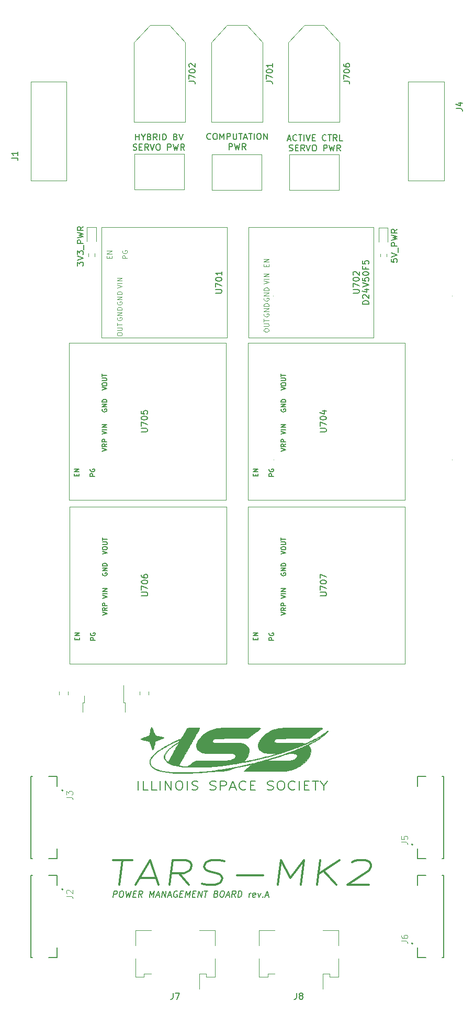
<source format=gbr>
%TF.GenerationSoftware,KiCad,Pcbnew,5.1.9-73d0e3b20d~88~ubuntu20.04.1*%
%TF.CreationDate,2021-04-18T23:14:10-05:00*%
%TF.ProjectId,POWER,504f5745-522e-46b6-9963-61645f706362,rev?*%
%TF.SameCoordinates,Original*%
%TF.FileFunction,Legend,Top*%
%TF.FilePolarity,Positive*%
%FSLAX46Y46*%
G04 Gerber Fmt 4.6, Leading zero omitted, Abs format (unit mm)*
G04 Created by KiCad (PCBNEW 5.1.9-73d0e3b20d~88~ubuntu20.04.1) date 2021-04-18 23:14:10*
%MOMM*%
%LPD*%
G01*
G04 APERTURE LIST*
%ADD10C,0.150000*%
%ADD11C,0.140000*%
%ADD12C,0.350000*%
%ADD13C,0.130000*%
%ADD14C,0.120000*%
%ADD15C,0.200000*%
%ADD16C,0.127000*%
%ADD17C,0.010000*%
%ADD18C,0.100000*%
%ADD19C,0.015000*%
G04 APERTURE END LIST*
D10*
X224955238Y-81071666D02*
X225431428Y-81071666D01*
X224860000Y-81357380D02*
X225193333Y-80357380D01*
X225526666Y-81357380D01*
X226431428Y-81262142D02*
X226383809Y-81309761D01*
X226240952Y-81357380D01*
X226145714Y-81357380D01*
X226002857Y-81309761D01*
X225907619Y-81214523D01*
X225860000Y-81119285D01*
X225812380Y-80928809D01*
X225812380Y-80785952D01*
X225860000Y-80595476D01*
X225907619Y-80500238D01*
X226002857Y-80405000D01*
X226145714Y-80357380D01*
X226240952Y-80357380D01*
X226383809Y-80405000D01*
X226431428Y-80452619D01*
X226717142Y-80357380D02*
X227288571Y-80357380D01*
X227002857Y-81357380D02*
X227002857Y-80357380D01*
X227621904Y-81357380D02*
X227621904Y-80357380D01*
X227955238Y-80357380D02*
X228288571Y-81357380D01*
X228621904Y-80357380D01*
X228955238Y-80833571D02*
X229288571Y-80833571D01*
X229431428Y-81357380D02*
X228955238Y-81357380D01*
X228955238Y-80357380D01*
X229431428Y-80357380D01*
X231193333Y-81262142D02*
X231145714Y-81309761D01*
X231002857Y-81357380D01*
X230907619Y-81357380D01*
X230764761Y-81309761D01*
X230669523Y-81214523D01*
X230621904Y-81119285D01*
X230574285Y-80928809D01*
X230574285Y-80785952D01*
X230621904Y-80595476D01*
X230669523Y-80500238D01*
X230764761Y-80405000D01*
X230907619Y-80357380D01*
X231002857Y-80357380D01*
X231145714Y-80405000D01*
X231193333Y-80452619D01*
X231479047Y-80357380D02*
X232050476Y-80357380D01*
X231764761Y-81357380D02*
X231764761Y-80357380D01*
X232955238Y-81357380D02*
X232621904Y-80881190D01*
X232383809Y-81357380D02*
X232383809Y-80357380D01*
X232764761Y-80357380D01*
X232860000Y-80405000D01*
X232907619Y-80452619D01*
X232955238Y-80547857D01*
X232955238Y-80690714D01*
X232907619Y-80785952D01*
X232860000Y-80833571D01*
X232764761Y-80881190D01*
X232383809Y-80881190D01*
X233860000Y-81357380D02*
X233383809Y-81357380D01*
X233383809Y-80357380D01*
X225217142Y-82959761D02*
X225360000Y-83007380D01*
X225598095Y-83007380D01*
X225693333Y-82959761D01*
X225740952Y-82912142D01*
X225788571Y-82816904D01*
X225788571Y-82721666D01*
X225740952Y-82626428D01*
X225693333Y-82578809D01*
X225598095Y-82531190D01*
X225407619Y-82483571D01*
X225312380Y-82435952D01*
X225264761Y-82388333D01*
X225217142Y-82293095D01*
X225217142Y-82197857D01*
X225264761Y-82102619D01*
X225312380Y-82055000D01*
X225407619Y-82007380D01*
X225645714Y-82007380D01*
X225788571Y-82055000D01*
X226217142Y-82483571D02*
X226550476Y-82483571D01*
X226693333Y-83007380D02*
X226217142Y-83007380D01*
X226217142Y-82007380D01*
X226693333Y-82007380D01*
X227693333Y-83007380D02*
X227360000Y-82531190D01*
X227121904Y-83007380D02*
X227121904Y-82007380D01*
X227502857Y-82007380D01*
X227598095Y-82055000D01*
X227645714Y-82102619D01*
X227693333Y-82197857D01*
X227693333Y-82340714D01*
X227645714Y-82435952D01*
X227598095Y-82483571D01*
X227502857Y-82531190D01*
X227121904Y-82531190D01*
X227979047Y-82007380D02*
X228312380Y-83007380D01*
X228645714Y-82007380D01*
X229169523Y-82007380D02*
X229360000Y-82007380D01*
X229455238Y-82055000D01*
X229550476Y-82150238D01*
X229598095Y-82340714D01*
X229598095Y-82674047D01*
X229550476Y-82864523D01*
X229455238Y-82959761D01*
X229360000Y-83007380D01*
X229169523Y-83007380D01*
X229074285Y-82959761D01*
X228979047Y-82864523D01*
X228931428Y-82674047D01*
X228931428Y-82340714D01*
X228979047Y-82150238D01*
X229074285Y-82055000D01*
X229169523Y-82007380D01*
X230788571Y-83007380D02*
X230788571Y-82007380D01*
X231169523Y-82007380D01*
X231264761Y-82055000D01*
X231312380Y-82102619D01*
X231360000Y-82197857D01*
X231360000Y-82340714D01*
X231312380Y-82435952D01*
X231264761Y-82483571D01*
X231169523Y-82531190D01*
X230788571Y-82531190D01*
X231693333Y-82007380D02*
X231931428Y-83007380D01*
X232121904Y-82293095D01*
X232312380Y-83007380D01*
X232550476Y-82007380D01*
X233502857Y-83007380D02*
X233169523Y-82531190D01*
X232931428Y-83007380D02*
X232931428Y-82007380D01*
X233312380Y-82007380D01*
X233407619Y-82055000D01*
X233455238Y-82102619D01*
X233502857Y-82197857D01*
X233502857Y-82340714D01*
X233455238Y-82435952D01*
X233407619Y-82483571D01*
X233312380Y-82531190D01*
X232931428Y-82531190D01*
X212514285Y-81042142D02*
X212466666Y-81089761D01*
X212323809Y-81137380D01*
X212228571Y-81137380D01*
X212085714Y-81089761D01*
X211990476Y-80994523D01*
X211942857Y-80899285D01*
X211895238Y-80708809D01*
X211895238Y-80565952D01*
X211942857Y-80375476D01*
X211990476Y-80280238D01*
X212085714Y-80185000D01*
X212228571Y-80137380D01*
X212323809Y-80137380D01*
X212466666Y-80185000D01*
X212514285Y-80232619D01*
X213133333Y-80137380D02*
X213323809Y-80137380D01*
X213419047Y-80185000D01*
X213514285Y-80280238D01*
X213561904Y-80470714D01*
X213561904Y-80804047D01*
X213514285Y-80994523D01*
X213419047Y-81089761D01*
X213323809Y-81137380D01*
X213133333Y-81137380D01*
X213038095Y-81089761D01*
X212942857Y-80994523D01*
X212895238Y-80804047D01*
X212895238Y-80470714D01*
X212942857Y-80280238D01*
X213038095Y-80185000D01*
X213133333Y-80137380D01*
X213990476Y-81137380D02*
X213990476Y-80137380D01*
X214323809Y-80851666D01*
X214657142Y-80137380D01*
X214657142Y-81137380D01*
X215133333Y-81137380D02*
X215133333Y-80137380D01*
X215514285Y-80137380D01*
X215609523Y-80185000D01*
X215657142Y-80232619D01*
X215704761Y-80327857D01*
X215704761Y-80470714D01*
X215657142Y-80565952D01*
X215609523Y-80613571D01*
X215514285Y-80661190D01*
X215133333Y-80661190D01*
X216133333Y-80137380D02*
X216133333Y-80946904D01*
X216180952Y-81042142D01*
X216228571Y-81089761D01*
X216323809Y-81137380D01*
X216514285Y-81137380D01*
X216609523Y-81089761D01*
X216657142Y-81042142D01*
X216704761Y-80946904D01*
X216704761Y-80137380D01*
X217038095Y-80137380D02*
X217609523Y-80137380D01*
X217323809Y-81137380D02*
X217323809Y-80137380D01*
X217895238Y-80851666D02*
X218371428Y-80851666D01*
X217800000Y-81137380D02*
X218133333Y-80137380D01*
X218466666Y-81137380D01*
X218657142Y-80137380D02*
X219228571Y-80137380D01*
X218942857Y-81137380D02*
X218942857Y-80137380D01*
X219561904Y-81137380D02*
X219561904Y-80137380D01*
X220228571Y-80137380D02*
X220419047Y-80137380D01*
X220514285Y-80185000D01*
X220609523Y-80280238D01*
X220657142Y-80470714D01*
X220657142Y-80804047D01*
X220609523Y-80994523D01*
X220514285Y-81089761D01*
X220419047Y-81137380D01*
X220228571Y-81137380D01*
X220133333Y-81089761D01*
X220038095Y-80994523D01*
X219990476Y-80804047D01*
X219990476Y-80470714D01*
X220038095Y-80280238D01*
X220133333Y-80185000D01*
X220228571Y-80137380D01*
X221085714Y-81137380D02*
X221085714Y-80137380D01*
X221657142Y-81137380D01*
X221657142Y-80137380D01*
X215466666Y-82787380D02*
X215466666Y-81787380D01*
X215847619Y-81787380D01*
X215942857Y-81835000D01*
X215990476Y-81882619D01*
X216038095Y-81977857D01*
X216038095Y-82120714D01*
X215990476Y-82215952D01*
X215942857Y-82263571D01*
X215847619Y-82311190D01*
X215466666Y-82311190D01*
X216371428Y-81787380D02*
X216609523Y-82787380D01*
X216800000Y-82073095D01*
X216990476Y-82787380D01*
X217228571Y-81787380D01*
X218180952Y-82787380D02*
X217847619Y-82311190D01*
X217609523Y-82787380D02*
X217609523Y-81787380D01*
X217990476Y-81787380D01*
X218085714Y-81835000D01*
X218133333Y-81882619D01*
X218180952Y-81977857D01*
X218180952Y-82120714D01*
X218133333Y-82215952D01*
X218085714Y-82263571D01*
X217990476Y-82311190D01*
X217609523Y-82311190D01*
X200348095Y-81227380D02*
X200348095Y-80227380D01*
X200348095Y-80703571D02*
X200919523Y-80703571D01*
X200919523Y-81227380D02*
X200919523Y-80227380D01*
X201586190Y-80751190D02*
X201586190Y-81227380D01*
X201252857Y-80227380D02*
X201586190Y-80751190D01*
X201919523Y-80227380D01*
X202586190Y-80703571D02*
X202729047Y-80751190D01*
X202776666Y-80798809D01*
X202824285Y-80894047D01*
X202824285Y-81036904D01*
X202776666Y-81132142D01*
X202729047Y-81179761D01*
X202633809Y-81227380D01*
X202252857Y-81227380D01*
X202252857Y-80227380D01*
X202586190Y-80227380D01*
X202681428Y-80275000D01*
X202729047Y-80322619D01*
X202776666Y-80417857D01*
X202776666Y-80513095D01*
X202729047Y-80608333D01*
X202681428Y-80655952D01*
X202586190Y-80703571D01*
X202252857Y-80703571D01*
X203824285Y-81227380D02*
X203490952Y-80751190D01*
X203252857Y-81227380D02*
X203252857Y-80227380D01*
X203633809Y-80227380D01*
X203729047Y-80275000D01*
X203776666Y-80322619D01*
X203824285Y-80417857D01*
X203824285Y-80560714D01*
X203776666Y-80655952D01*
X203729047Y-80703571D01*
X203633809Y-80751190D01*
X203252857Y-80751190D01*
X204252857Y-81227380D02*
X204252857Y-80227380D01*
X204729047Y-81227380D02*
X204729047Y-80227380D01*
X204967142Y-80227380D01*
X205110000Y-80275000D01*
X205205238Y-80370238D01*
X205252857Y-80465476D01*
X205300476Y-80655952D01*
X205300476Y-80798809D01*
X205252857Y-80989285D01*
X205205238Y-81084523D01*
X205110000Y-81179761D01*
X204967142Y-81227380D01*
X204729047Y-81227380D01*
X206824285Y-80703571D02*
X206967142Y-80751190D01*
X207014761Y-80798809D01*
X207062380Y-80894047D01*
X207062380Y-81036904D01*
X207014761Y-81132142D01*
X206967142Y-81179761D01*
X206871904Y-81227380D01*
X206490952Y-81227380D01*
X206490952Y-80227380D01*
X206824285Y-80227380D01*
X206919523Y-80275000D01*
X206967142Y-80322619D01*
X207014761Y-80417857D01*
X207014761Y-80513095D01*
X206967142Y-80608333D01*
X206919523Y-80655952D01*
X206824285Y-80703571D01*
X206490952Y-80703571D01*
X207348095Y-80227380D02*
X207681428Y-81227380D01*
X208014761Y-80227380D01*
X199967142Y-82829761D02*
X200110000Y-82877380D01*
X200348095Y-82877380D01*
X200443333Y-82829761D01*
X200490952Y-82782142D01*
X200538571Y-82686904D01*
X200538571Y-82591666D01*
X200490952Y-82496428D01*
X200443333Y-82448809D01*
X200348095Y-82401190D01*
X200157619Y-82353571D01*
X200062380Y-82305952D01*
X200014761Y-82258333D01*
X199967142Y-82163095D01*
X199967142Y-82067857D01*
X200014761Y-81972619D01*
X200062380Y-81925000D01*
X200157619Y-81877380D01*
X200395714Y-81877380D01*
X200538571Y-81925000D01*
X200967142Y-82353571D02*
X201300476Y-82353571D01*
X201443333Y-82877380D02*
X200967142Y-82877380D01*
X200967142Y-81877380D01*
X201443333Y-81877380D01*
X202443333Y-82877380D02*
X202110000Y-82401190D01*
X201871904Y-82877380D02*
X201871904Y-81877380D01*
X202252857Y-81877380D01*
X202348095Y-81925000D01*
X202395714Y-81972619D01*
X202443333Y-82067857D01*
X202443333Y-82210714D01*
X202395714Y-82305952D01*
X202348095Y-82353571D01*
X202252857Y-82401190D01*
X201871904Y-82401190D01*
X202729047Y-81877380D02*
X203062380Y-82877380D01*
X203395714Y-81877380D01*
X203919523Y-81877380D02*
X204110000Y-81877380D01*
X204205238Y-81925000D01*
X204300476Y-82020238D01*
X204348095Y-82210714D01*
X204348095Y-82544047D01*
X204300476Y-82734523D01*
X204205238Y-82829761D01*
X204110000Y-82877380D01*
X203919523Y-82877380D01*
X203824285Y-82829761D01*
X203729047Y-82734523D01*
X203681428Y-82544047D01*
X203681428Y-82210714D01*
X203729047Y-82020238D01*
X203824285Y-81925000D01*
X203919523Y-81877380D01*
X205538571Y-82877380D02*
X205538571Y-81877380D01*
X205919523Y-81877380D01*
X206014761Y-81925000D01*
X206062380Y-81972619D01*
X206110000Y-82067857D01*
X206110000Y-82210714D01*
X206062380Y-82305952D01*
X206014761Y-82353571D01*
X205919523Y-82401190D01*
X205538571Y-82401190D01*
X206443333Y-81877380D02*
X206681428Y-82877380D01*
X206871904Y-82163095D01*
X207062380Y-82877380D01*
X207300476Y-81877380D01*
X208252857Y-82877380D02*
X207919523Y-82401190D01*
X207681428Y-82877380D02*
X207681428Y-81877380D01*
X208062380Y-81877380D01*
X208157619Y-81925000D01*
X208205238Y-81972619D01*
X208252857Y-82067857D01*
X208252857Y-82210714D01*
X208205238Y-82305952D01*
X208157619Y-82353571D01*
X208062380Y-82401190D01*
X207681428Y-82401190D01*
X190902380Y-101580476D02*
X190902380Y-100961428D01*
X191283333Y-101294761D01*
X191283333Y-101151904D01*
X191330952Y-101056666D01*
X191378571Y-101009047D01*
X191473809Y-100961428D01*
X191711904Y-100961428D01*
X191807142Y-101009047D01*
X191854761Y-101056666D01*
X191902380Y-101151904D01*
X191902380Y-101437619D01*
X191854761Y-101532857D01*
X191807142Y-101580476D01*
X190902380Y-100675714D02*
X191902380Y-100342380D01*
X190902380Y-100009047D01*
X190902380Y-99770952D02*
X190902380Y-99151904D01*
X191283333Y-99485238D01*
X191283333Y-99342380D01*
X191330952Y-99247142D01*
X191378571Y-99199523D01*
X191473809Y-99151904D01*
X191711904Y-99151904D01*
X191807142Y-99199523D01*
X191854761Y-99247142D01*
X191902380Y-99342380D01*
X191902380Y-99628095D01*
X191854761Y-99723333D01*
X191807142Y-99770952D01*
X191997619Y-98961428D02*
X191997619Y-98199523D01*
X191902380Y-97961428D02*
X190902380Y-97961428D01*
X190902380Y-97580476D01*
X190950000Y-97485238D01*
X190997619Y-97437619D01*
X191092857Y-97390000D01*
X191235714Y-97390000D01*
X191330952Y-97437619D01*
X191378571Y-97485238D01*
X191426190Y-97580476D01*
X191426190Y-97961428D01*
X190902380Y-97056666D02*
X191902380Y-96818571D01*
X191188095Y-96628095D01*
X191902380Y-96437619D01*
X190902380Y-96199523D01*
X191902380Y-95247142D02*
X191426190Y-95580476D01*
X191902380Y-95818571D02*
X190902380Y-95818571D01*
X190902380Y-95437619D01*
X190950000Y-95342380D01*
X190997619Y-95294761D01*
X191092857Y-95247142D01*
X191235714Y-95247142D01*
X191330952Y-95294761D01*
X191378571Y-95342380D01*
X191426190Y-95437619D01*
X191426190Y-95818571D01*
X241712380Y-100462857D02*
X241712380Y-100939047D01*
X242188571Y-100986666D01*
X242140952Y-100939047D01*
X242093333Y-100843809D01*
X242093333Y-100605714D01*
X242140952Y-100510476D01*
X242188571Y-100462857D01*
X242283809Y-100415238D01*
X242521904Y-100415238D01*
X242617142Y-100462857D01*
X242664761Y-100510476D01*
X242712380Y-100605714D01*
X242712380Y-100843809D01*
X242664761Y-100939047D01*
X242617142Y-100986666D01*
X241712380Y-100129523D02*
X242712380Y-99796190D01*
X241712380Y-99462857D01*
X242807619Y-99367619D02*
X242807619Y-98605714D01*
X242712380Y-98367619D02*
X241712380Y-98367619D01*
X241712380Y-97986666D01*
X241760000Y-97891428D01*
X241807619Y-97843809D01*
X241902857Y-97796190D01*
X242045714Y-97796190D01*
X242140952Y-97843809D01*
X242188571Y-97891428D01*
X242236190Y-97986666D01*
X242236190Y-98367619D01*
X241712380Y-97462857D02*
X242712380Y-97224761D01*
X241998095Y-97034285D01*
X242712380Y-96843809D01*
X241712380Y-96605714D01*
X242712380Y-95653333D02*
X242236190Y-95986666D01*
X242712380Y-96224761D02*
X241712380Y-96224761D01*
X241712380Y-95843809D01*
X241760000Y-95748571D01*
X241807619Y-95700952D01*
X241902857Y-95653333D01*
X242045714Y-95653333D01*
X242140952Y-95700952D01*
X242188571Y-95748571D01*
X242236190Y-95843809D01*
X242236190Y-96224761D01*
D11*
X200791428Y-186313333D02*
X200791428Y-184913333D01*
X202410476Y-186313333D02*
X201600952Y-186313333D01*
X201600952Y-184913333D01*
X203786666Y-186313333D02*
X202977142Y-186313333D01*
X202977142Y-184913333D01*
X204353333Y-186313333D02*
X204353333Y-184913333D01*
X205162857Y-186313333D02*
X205162857Y-184913333D01*
X206134285Y-186313333D01*
X206134285Y-184913333D01*
X207267619Y-184913333D02*
X207591428Y-184913333D01*
X207753333Y-184980000D01*
X207915238Y-185113333D01*
X207996190Y-185380000D01*
X207996190Y-185846666D01*
X207915238Y-186113333D01*
X207753333Y-186246666D01*
X207591428Y-186313333D01*
X207267619Y-186313333D01*
X207105714Y-186246666D01*
X206943809Y-186113333D01*
X206862857Y-185846666D01*
X206862857Y-185380000D01*
X206943809Y-185113333D01*
X207105714Y-184980000D01*
X207267619Y-184913333D01*
X208724761Y-186313333D02*
X208724761Y-184913333D01*
X209453333Y-186246666D02*
X209696190Y-186313333D01*
X210100952Y-186313333D01*
X210262857Y-186246666D01*
X210343809Y-186180000D01*
X210424761Y-186046666D01*
X210424761Y-185913333D01*
X210343809Y-185780000D01*
X210262857Y-185713333D01*
X210100952Y-185646666D01*
X209777142Y-185580000D01*
X209615238Y-185513333D01*
X209534285Y-185446666D01*
X209453333Y-185313333D01*
X209453333Y-185180000D01*
X209534285Y-185046666D01*
X209615238Y-184980000D01*
X209777142Y-184913333D01*
X210181904Y-184913333D01*
X210424761Y-184980000D01*
X212367619Y-186246666D02*
X212610476Y-186313333D01*
X213015238Y-186313333D01*
X213177142Y-186246666D01*
X213258095Y-186180000D01*
X213339047Y-186046666D01*
X213339047Y-185913333D01*
X213258095Y-185780000D01*
X213177142Y-185713333D01*
X213015238Y-185646666D01*
X212691428Y-185580000D01*
X212529523Y-185513333D01*
X212448571Y-185446666D01*
X212367619Y-185313333D01*
X212367619Y-185180000D01*
X212448571Y-185046666D01*
X212529523Y-184980000D01*
X212691428Y-184913333D01*
X213096190Y-184913333D01*
X213339047Y-184980000D01*
X214067619Y-186313333D02*
X214067619Y-184913333D01*
X214715238Y-184913333D01*
X214877142Y-184980000D01*
X214958095Y-185046666D01*
X215039047Y-185180000D01*
X215039047Y-185380000D01*
X214958095Y-185513333D01*
X214877142Y-185580000D01*
X214715238Y-185646666D01*
X214067619Y-185646666D01*
X215686666Y-185913333D02*
X216496190Y-185913333D01*
X215524761Y-186313333D02*
X216091428Y-184913333D01*
X216658095Y-186313333D01*
X218196190Y-186180000D02*
X218115238Y-186246666D01*
X217872380Y-186313333D01*
X217710476Y-186313333D01*
X217467619Y-186246666D01*
X217305714Y-186113333D01*
X217224761Y-185980000D01*
X217143809Y-185713333D01*
X217143809Y-185513333D01*
X217224761Y-185246666D01*
X217305714Y-185113333D01*
X217467619Y-184980000D01*
X217710476Y-184913333D01*
X217872380Y-184913333D01*
X218115238Y-184980000D01*
X218196190Y-185046666D01*
X218924761Y-185580000D02*
X219491428Y-185580000D01*
X219734285Y-186313333D02*
X218924761Y-186313333D01*
X218924761Y-184913333D01*
X219734285Y-184913333D01*
X221677142Y-186246666D02*
X221920000Y-186313333D01*
X222324761Y-186313333D01*
X222486666Y-186246666D01*
X222567619Y-186180000D01*
X222648571Y-186046666D01*
X222648571Y-185913333D01*
X222567619Y-185780000D01*
X222486666Y-185713333D01*
X222324761Y-185646666D01*
X222000952Y-185580000D01*
X221839047Y-185513333D01*
X221758095Y-185446666D01*
X221677142Y-185313333D01*
X221677142Y-185180000D01*
X221758095Y-185046666D01*
X221839047Y-184980000D01*
X222000952Y-184913333D01*
X222405714Y-184913333D01*
X222648571Y-184980000D01*
X223700952Y-184913333D02*
X224024761Y-184913333D01*
X224186666Y-184980000D01*
X224348571Y-185113333D01*
X224429523Y-185380000D01*
X224429523Y-185846666D01*
X224348571Y-186113333D01*
X224186666Y-186246666D01*
X224024761Y-186313333D01*
X223700952Y-186313333D01*
X223539047Y-186246666D01*
X223377142Y-186113333D01*
X223296190Y-185846666D01*
X223296190Y-185380000D01*
X223377142Y-185113333D01*
X223539047Y-184980000D01*
X223700952Y-184913333D01*
X226129523Y-186180000D02*
X226048571Y-186246666D01*
X225805714Y-186313333D01*
X225643809Y-186313333D01*
X225400952Y-186246666D01*
X225239047Y-186113333D01*
X225158095Y-185980000D01*
X225077142Y-185713333D01*
X225077142Y-185513333D01*
X225158095Y-185246666D01*
X225239047Y-185113333D01*
X225400952Y-184980000D01*
X225643809Y-184913333D01*
X225805714Y-184913333D01*
X226048571Y-184980000D01*
X226129523Y-185046666D01*
X226858095Y-186313333D02*
X226858095Y-184913333D01*
X227667619Y-185580000D02*
X228234285Y-185580000D01*
X228477142Y-186313333D02*
X227667619Y-186313333D01*
X227667619Y-184913333D01*
X228477142Y-184913333D01*
X228962857Y-184913333D02*
X229934285Y-184913333D01*
X229448571Y-186313333D02*
X229448571Y-184913333D01*
X230824761Y-185646666D02*
X230824761Y-186313333D01*
X230258095Y-184913333D02*
X230824761Y-185646666D01*
X231391428Y-184913333D01*
D12*
X196666086Y-197669523D02*
X199808943Y-197669523D01*
X197737514Y-201669523D02*
X198237514Y-197669523D01*
X201023229Y-200526666D02*
X203642276Y-200526666D01*
X200356562Y-201669523D02*
X202689895Y-197669523D01*
X204023229Y-201669523D01*
X208999419Y-201669523D02*
X207404181Y-199764761D01*
X205856562Y-201669523D02*
X206356562Y-197669523D01*
X208451800Y-197669523D01*
X208951800Y-197860000D01*
X209189895Y-198050476D01*
X209404181Y-198431428D01*
X209332752Y-199002857D01*
X209023229Y-199383809D01*
X208737514Y-199574285D01*
X208189895Y-199764761D01*
X206094657Y-199764761D01*
X211118467Y-201479047D02*
X211880372Y-201669523D01*
X213189895Y-201669523D01*
X213737514Y-201479047D01*
X214023229Y-201288571D01*
X214332752Y-200907619D01*
X214380372Y-200526666D01*
X214166086Y-200145714D01*
X213927991Y-199955238D01*
X213427991Y-199764761D01*
X212404181Y-199574285D01*
X211904181Y-199383809D01*
X211666086Y-199193333D01*
X211451800Y-198812380D01*
X211499419Y-198431428D01*
X211808943Y-198050476D01*
X212094657Y-197860000D01*
X212642276Y-197669523D01*
X213951800Y-197669523D01*
X214713705Y-197860000D01*
X216785133Y-200145714D02*
X220975610Y-200145714D01*
X223404181Y-201669523D02*
X223904181Y-197669523D01*
X225380372Y-200526666D01*
X227570848Y-197669523D01*
X227070848Y-201669523D01*
X229689895Y-201669523D02*
X230189895Y-197669523D01*
X232832752Y-201669523D02*
X230761324Y-199383809D01*
X233332752Y-197669523D02*
X229904181Y-199955238D01*
X235380372Y-198050476D02*
X235666086Y-197860000D01*
X236213705Y-197669523D01*
X237523229Y-197669523D01*
X238023229Y-197860000D01*
X238261324Y-198050476D01*
X238475610Y-198431428D01*
X238427991Y-198812380D01*
X238094657Y-199383809D01*
X234666086Y-201669523D01*
X238070848Y-201669523D01*
D13*
X196727830Y-203672380D02*
X196852830Y-202672380D01*
X197233782Y-202672380D01*
X197323068Y-202720000D01*
X197364735Y-202767619D01*
X197400449Y-202862857D01*
X197382592Y-203005714D01*
X197323068Y-203100952D01*
X197269497Y-203148571D01*
X197168306Y-203196190D01*
X196787354Y-203196190D01*
X198043306Y-202672380D02*
X198233782Y-202672380D01*
X198323068Y-202720000D01*
X198406401Y-202815238D01*
X198430211Y-203005714D01*
X198388544Y-203339047D01*
X198317116Y-203529523D01*
X198209973Y-203624761D01*
X198108782Y-203672380D01*
X197918306Y-203672380D01*
X197829020Y-203624761D01*
X197745687Y-203529523D01*
X197721877Y-203339047D01*
X197763544Y-203005714D01*
X197834973Y-202815238D01*
X197942116Y-202720000D01*
X198043306Y-202672380D01*
X198805211Y-202672380D02*
X198918306Y-203672380D01*
X199198068Y-202958095D01*
X199299258Y-203672380D01*
X199662354Y-202672380D01*
X199983782Y-203148571D02*
X200317116Y-203148571D01*
X200394497Y-203672380D02*
X199918306Y-203672380D01*
X200043306Y-202672380D01*
X200519497Y-202672380D01*
X201394497Y-203672380D02*
X201120687Y-203196190D01*
X200823068Y-203672380D02*
X200948068Y-202672380D01*
X201329020Y-202672380D01*
X201418306Y-202720000D01*
X201459973Y-202767619D01*
X201495687Y-202862857D01*
X201477830Y-203005714D01*
X201418306Y-203100952D01*
X201364735Y-203148571D01*
X201263544Y-203196190D01*
X200882592Y-203196190D01*
X202584973Y-203672380D02*
X202709973Y-202672380D01*
X202954020Y-203386666D01*
X203376639Y-202672380D01*
X203251639Y-203672380D01*
X203715925Y-203386666D02*
X204192116Y-203386666D01*
X203584973Y-203672380D02*
X204043306Y-202672380D01*
X204251639Y-203672380D01*
X204584973Y-203672380D02*
X204709973Y-202672380D01*
X205156401Y-203672380D01*
X205281401Y-202672380D01*
X205620687Y-203386666D02*
X206096877Y-203386666D01*
X205489735Y-203672380D02*
X205948068Y-202672380D01*
X206156401Y-203672380D01*
X207132592Y-202720000D02*
X207043306Y-202672380D01*
X206900449Y-202672380D01*
X206751639Y-202720000D01*
X206644497Y-202815238D01*
X206584973Y-202910476D01*
X206513544Y-203100952D01*
X206495687Y-203243809D01*
X206519497Y-203434285D01*
X206555211Y-203529523D01*
X206638544Y-203624761D01*
X206775449Y-203672380D01*
X206870687Y-203672380D01*
X207019497Y-203624761D01*
X207073068Y-203577142D01*
X207114735Y-203243809D01*
X206924258Y-203243809D01*
X207555211Y-203148571D02*
X207888544Y-203148571D01*
X207965925Y-203672380D02*
X207489735Y-203672380D01*
X207614735Y-202672380D01*
X208090925Y-202672380D01*
X208394497Y-203672380D02*
X208519497Y-202672380D01*
X208763544Y-203386666D01*
X209186163Y-202672380D01*
X209061163Y-203672380D01*
X209602830Y-203148571D02*
X209936163Y-203148571D01*
X210013544Y-203672380D02*
X209537354Y-203672380D01*
X209662354Y-202672380D01*
X210138544Y-202672380D01*
X210442116Y-203672380D02*
X210567116Y-202672380D01*
X211013544Y-203672380D01*
X211138544Y-202672380D01*
X211471877Y-202672380D02*
X212043306Y-202672380D01*
X211632592Y-203672380D02*
X211757592Y-202672380D01*
X213412354Y-203148571D02*
X213549258Y-203196190D01*
X213590925Y-203243809D01*
X213626639Y-203339047D01*
X213608782Y-203481904D01*
X213549258Y-203577142D01*
X213495687Y-203624761D01*
X213394497Y-203672380D01*
X213013544Y-203672380D01*
X213138544Y-202672380D01*
X213471877Y-202672380D01*
X213561163Y-202720000D01*
X213602830Y-202767619D01*
X213638544Y-202862857D01*
X213626639Y-202958095D01*
X213567116Y-203053333D01*
X213513544Y-203100952D01*
X213412354Y-203148571D01*
X213079020Y-203148571D01*
X214329020Y-202672380D02*
X214519497Y-202672380D01*
X214608782Y-202720000D01*
X214692116Y-202815238D01*
X214715925Y-203005714D01*
X214674258Y-203339047D01*
X214602830Y-203529523D01*
X214495687Y-203624761D01*
X214394497Y-203672380D01*
X214204020Y-203672380D01*
X214114735Y-203624761D01*
X214031401Y-203529523D01*
X214007592Y-203339047D01*
X214049258Y-203005714D01*
X214120687Y-202815238D01*
X214227830Y-202720000D01*
X214329020Y-202672380D01*
X215049258Y-203386666D02*
X215525449Y-203386666D01*
X214918306Y-203672380D02*
X215376639Y-202672380D01*
X215584973Y-203672380D01*
X216489735Y-203672380D02*
X216215925Y-203196190D01*
X215918306Y-203672380D02*
X216043306Y-202672380D01*
X216424258Y-202672380D01*
X216513544Y-202720000D01*
X216555211Y-202767619D01*
X216590925Y-202862857D01*
X216573068Y-203005714D01*
X216513544Y-203100952D01*
X216459973Y-203148571D01*
X216358782Y-203196190D01*
X215977830Y-203196190D01*
X216918306Y-203672380D02*
X217043306Y-202672380D01*
X217281401Y-202672380D01*
X217418306Y-202720000D01*
X217501639Y-202815238D01*
X217537354Y-202910476D01*
X217561163Y-203100952D01*
X217543306Y-203243809D01*
X217471877Y-203434285D01*
X217412354Y-203529523D01*
X217305211Y-203624761D01*
X217156401Y-203672380D01*
X216918306Y-203672380D01*
X218680211Y-203672380D02*
X218763544Y-203005714D01*
X218739735Y-203196190D02*
X218799258Y-203100952D01*
X218852830Y-203053333D01*
X218954020Y-203005714D01*
X219049258Y-203005714D01*
X219686163Y-203624761D02*
X219584973Y-203672380D01*
X219394497Y-203672380D01*
X219305211Y-203624761D01*
X219269497Y-203529523D01*
X219317116Y-203148571D01*
X219376639Y-203053333D01*
X219477830Y-203005714D01*
X219668306Y-203005714D01*
X219757592Y-203053333D01*
X219793306Y-203148571D01*
X219781401Y-203243809D01*
X219293306Y-203339047D01*
X220144497Y-203005714D02*
X220299258Y-203672380D01*
X220620687Y-203005714D01*
X220930211Y-203577142D02*
X220971877Y-203624761D01*
X220918306Y-203672380D01*
X220876639Y-203624761D01*
X220930211Y-203577142D01*
X220918306Y-203672380D01*
X221382592Y-203386666D02*
X221858782Y-203386666D01*
X221251639Y-203672380D02*
X221709973Y-202672380D01*
X221918306Y-203672380D01*
D14*
%TO.C,R102*%
X239927500Y-100107258D02*
X239927500Y-99632742D01*
X240972500Y-100107258D02*
X240972500Y-99632742D01*
%TO.C,R101*%
X192707500Y-100067258D02*
X192707500Y-99592742D01*
X193752500Y-100067258D02*
X193752500Y-99592742D01*
D15*
%TO.C,J6*%
X245200000Y-211175000D02*
G75*
G03*
X245200000Y-211175000I-100000J0D01*
G01*
D16*
X246000000Y-200175000D02*
X246000000Y-201771000D01*
X247316000Y-200175000D02*
X246000000Y-200175000D01*
X246000000Y-213425000D02*
X246000000Y-211829000D01*
X247316000Y-213425000D02*
X246000000Y-213425000D01*
X250200000Y-213425000D02*
X249974000Y-213425000D01*
X250200000Y-200175000D02*
X249974000Y-200175000D01*
X250200000Y-200175000D02*
X250200000Y-213425000D01*
D15*
%TO.C,J5*%
X245200000Y-195175000D02*
G75*
G03*
X245200000Y-195175000I-100000J0D01*
G01*
D16*
X246000000Y-184175000D02*
X246000000Y-185771000D01*
X247316000Y-184175000D02*
X246000000Y-184175000D01*
X246000000Y-197425000D02*
X246000000Y-195829000D01*
X247316000Y-197425000D02*
X246000000Y-197425000D01*
X250200000Y-197425000D02*
X249974000Y-197425000D01*
X250200000Y-184175000D02*
X249974000Y-184175000D01*
X250200000Y-184175000D02*
X250200000Y-197425000D01*
D15*
%TO.C,J3*%
X188600000Y-186425000D02*
G75*
G03*
X188600000Y-186425000I-100000J0D01*
G01*
D16*
X187600000Y-197425000D02*
X187600000Y-195829000D01*
X186284000Y-197425000D02*
X187600000Y-197425000D01*
X187600000Y-184175000D02*
X187600000Y-185771000D01*
X186284000Y-184175000D02*
X187600000Y-184175000D01*
X183400000Y-184175000D02*
X183626000Y-184175000D01*
X183400000Y-197425000D02*
X183626000Y-197425000D01*
X183400000Y-197425000D02*
X183400000Y-184175000D01*
D15*
%TO.C,J2*%
X188600000Y-202425000D02*
G75*
G03*
X188600000Y-202425000I-100000J0D01*
G01*
D16*
X187600000Y-213425000D02*
X187600000Y-211829000D01*
X186284000Y-213425000D02*
X187600000Y-213425000D01*
X187600000Y-200175000D02*
X187600000Y-201771000D01*
X186284000Y-200175000D02*
X187600000Y-200175000D01*
X183400000Y-200175000D02*
X183626000Y-200175000D01*
X183400000Y-213425000D02*
X183626000Y-213425000D01*
X183400000Y-213425000D02*
X183400000Y-200175000D01*
D14*
%TO.C,D102*%
X241185000Y-97660000D02*
X241185000Y-95375000D01*
X241185000Y-95375000D02*
X239715000Y-95375000D01*
X239715000Y-95375000D02*
X239715000Y-97660000D01*
%TO.C,D101*%
X193965000Y-97620000D02*
X193965000Y-95335000D01*
X193965000Y-95335000D02*
X192495000Y-95335000D01*
X192495000Y-95335000D02*
X192495000Y-97620000D01*
%TO.C,J103*%
X225270000Y-83540000D02*
X233270000Y-83540000D01*
X225270000Y-83540000D02*
X225270000Y-89340000D01*
X225270000Y-89340000D02*
X233270000Y-89340000D01*
X233270000Y-83540000D02*
X233270000Y-89340000D01*
%TO.C,J102*%
X200180000Y-83470000D02*
X208180000Y-83470000D01*
X200180000Y-83470000D02*
X200180000Y-89270000D01*
X200180000Y-89270000D02*
X208180000Y-89270000D01*
X208180000Y-83470000D02*
X208180000Y-89270000D01*
%TO.C,J101*%
X212730000Y-83530000D02*
X220730000Y-83530000D01*
X212730000Y-83530000D02*
X212730000Y-89330000D01*
X212730000Y-89330000D02*
X220730000Y-89330000D01*
X220730000Y-83530000D02*
X220730000Y-89330000D01*
%TO.C,U704*%
X218560000Y-139420000D02*
X218560000Y-114020000D01*
X243960000Y-139420000D02*
X218560000Y-139420000D01*
X243960000Y-114020000D02*
X243960000Y-139420000D01*
X218560000Y-114020000D02*
X243960000Y-114020000D01*
X251580000Y-106400000D02*
X251580000Y-106400000D01*
%TO.C,U703*%
X192020000Y-172230000D02*
X192020000Y-171130000D01*
X191750000Y-172230000D02*
X192020000Y-172230000D01*
X191750000Y-173730000D02*
X191750000Y-172230000D01*
X198380000Y-172230000D02*
X198380000Y-169400000D01*
X198650000Y-172230000D02*
X198380000Y-172230000D01*
X198650000Y-173730000D02*
X198650000Y-172230000D01*
D17*
%TO.C,G\u002A\u002A\u002A*%
G36*
X202997786Y-176243551D02*
G01*
X203060119Y-176372167D01*
X203104242Y-176495123D01*
X203151916Y-176635189D01*
X203199652Y-176764287D01*
X203218841Y-176811692D01*
X203257943Y-176907317D01*
X203312761Y-177046405D01*
X203371584Y-177199233D01*
X203372889Y-177202671D01*
X203457022Y-177386835D01*
X203548201Y-177503087D01*
X203656952Y-177561593D01*
X203757084Y-177573692D01*
X203836364Y-177583584D01*
X203956960Y-177608841D01*
X204032601Y-177627928D01*
X204190844Y-177667702D01*
X204372745Y-177709435D01*
X204468461Y-177729711D01*
X204668125Y-177777638D01*
X204801968Y-177826385D01*
X204865170Y-177873925D01*
X204868313Y-177898136D01*
X204828141Y-177929528D01*
X204734372Y-177976880D01*
X204607084Y-178030085D01*
X204603648Y-178031401D01*
X204463430Y-178085372D01*
X204343469Y-178132164D01*
X204273077Y-178160291D01*
X204199813Y-178188801D01*
X204077218Y-178234729D01*
X203929495Y-178289027D01*
X203901846Y-178299084D01*
X203758351Y-178353246D01*
X203641950Y-178400955D01*
X203573643Y-178433509D01*
X203567092Y-178437821D01*
X203541004Y-178487679D01*
X203504326Y-178595918D01*
X203462760Y-178744484D01*
X203436247Y-178852296D01*
X203394752Y-179022118D01*
X203355633Y-179168204D01*
X203324470Y-179270369D01*
X203311847Y-179302316D01*
X203281211Y-179395640D01*
X203276615Y-179437778D01*
X203263433Y-179517062D01*
X203230668Y-179622712D01*
X203188497Y-179728946D01*
X203147095Y-179809985D01*
X203117806Y-179840154D01*
X203088810Y-179806606D01*
X203044362Y-179719299D01*
X203001302Y-179615461D01*
X202952013Y-179482517D01*
X202887126Y-179302698D01*
X202816348Y-179103075D01*
X202769178Y-178968022D01*
X202707930Y-178796998D01*
X202652800Y-178653251D01*
X202610240Y-178552984D01*
X202588145Y-178513429D01*
X202540617Y-178494067D01*
X202433122Y-178461195D01*
X202281831Y-178418937D01*
X202102917Y-178371416D01*
X201912550Y-178322753D01*
X201726903Y-178277072D01*
X201562147Y-178238495D01*
X201434454Y-178211145D01*
X201359995Y-178199144D01*
X201354442Y-178198923D01*
X201285604Y-178171937D01*
X201225814Y-178121584D01*
X201179182Y-178063926D01*
X201182421Y-178053266D01*
X201357524Y-178053266D01*
X201393991Y-178075406D01*
X201495043Y-178109099D01*
X201654635Y-178152543D01*
X201866726Y-178203937D01*
X202104307Y-178256968D01*
X202292726Y-178300293D01*
X202454662Y-178342554D01*
X202573966Y-178379181D01*
X202634487Y-178405604D01*
X202636797Y-178407623D01*
X202666412Y-178459629D01*
X202716286Y-178569873D01*
X202779927Y-178723162D01*
X202850841Y-178904301D01*
X202864892Y-178941384D01*
X202936833Y-179131818D01*
X203001942Y-179303295D01*
X203053665Y-179438611D01*
X203085447Y-179520562D01*
X203088099Y-179527214D01*
X203127239Y-179624582D01*
X203182389Y-179493420D01*
X203220336Y-179377948D01*
X203237458Y-179276024D01*
X203237538Y-179270890D01*
X203252531Y-179158608D01*
X203273089Y-179089761D01*
X203297402Y-179006924D01*
X203327347Y-178874996D01*
X203356556Y-178722113D01*
X203357299Y-178717814D01*
X203389581Y-178561058D01*
X203432605Y-178447379D01*
X203500123Y-178363745D01*
X203605886Y-178297123D01*
X203763646Y-178234480D01*
X203921384Y-178183199D01*
X204083230Y-178131193D01*
X204221992Y-178084051D01*
X204316877Y-178048952D01*
X204340931Y-178038387D01*
X204430775Y-178008204D01*
X204470722Y-178003538D01*
X204524667Y-177987194D01*
X204583597Y-177950227D01*
X204624978Y-177910738D01*
X204626274Y-177886829D01*
X204617791Y-177885410D01*
X204543003Y-177873839D01*
X204415956Y-177844608D01*
X204252456Y-177802302D01*
X204068313Y-177751509D01*
X203879335Y-177696811D01*
X203701329Y-177642796D01*
X203550105Y-177594047D01*
X203441471Y-177555152D01*
X203391235Y-177530694D01*
X203390082Y-177529300D01*
X203360801Y-177463884D01*
X203320787Y-177351867D01*
X203292002Y-177261077D01*
X203227050Y-177061459D01*
X203149760Y-176859108D01*
X203048688Y-176624546D01*
X203021211Y-176563683D01*
X202941653Y-176388595D01*
X202891563Y-176561067D01*
X202851472Y-176697869D01*
X202813490Y-176825564D01*
X202805044Y-176853543D01*
X202778618Y-176966565D01*
X202768615Y-177056391D01*
X202754447Y-177132477D01*
X202734811Y-177160125D01*
X202708766Y-177208869D01*
X202685123Y-177304930D01*
X202679715Y-177339767D01*
X202641799Y-177493699D01*
X202579538Y-177613663D01*
X202503765Y-177681942D01*
X202464868Y-177691164D01*
X202379863Y-177708613D01*
X202299692Y-177741073D01*
X202215117Y-177776708D01*
X202082428Y-177824740D01*
X201928487Y-177875507D01*
X201908923Y-177881616D01*
X201759797Y-177929589D01*
X201633821Y-177973233D01*
X201554877Y-178004216D01*
X201547991Y-178007552D01*
X201452324Y-178037498D01*
X201391684Y-178044481D01*
X201357524Y-178053266D01*
X201182421Y-178053266D01*
X201187507Y-178036534D01*
X201229527Y-178020348D01*
X201329789Y-177984087D01*
X201381384Y-177963275D01*
X201449285Y-177937243D01*
X201572851Y-177892285D01*
X201733821Y-177834832D01*
X201913934Y-177771317D01*
X202094931Y-177708171D01*
X202258549Y-177651826D01*
X202386530Y-177608714D01*
X202408130Y-177601631D01*
X202515195Y-177541586D01*
X202557845Y-177459375D01*
X202588146Y-177338053D01*
X202610635Y-177261077D01*
X202636525Y-177167174D01*
X202668854Y-177033612D01*
X202687836Y-176948461D01*
X202747637Y-176681289D01*
X202801458Y-176463201D01*
X202847112Y-176302251D01*
X202882416Y-176206489D01*
X202894654Y-176186461D01*
X202941251Y-176179617D01*
X202997786Y-176243551D01*
G37*
X202997786Y-176243551D02*
X203060119Y-176372167D01*
X203104242Y-176495123D01*
X203151916Y-176635189D01*
X203199652Y-176764287D01*
X203218841Y-176811692D01*
X203257943Y-176907317D01*
X203312761Y-177046405D01*
X203371584Y-177199233D01*
X203372889Y-177202671D01*
X203457022Y-177386835D01*
X203548201Y-177503087D01*
X203656952Y-177561593D01*
X203757084Y-177573692D01*
X203836364Y-177583584D01*
X203956960Y-177608841D01*
X204032601Y-177627928D01*
X204190844Y-177667702D01*
X204372745Y-177709435D01*
X204468461Y-177729711D01*
X204668125Y-177777638D01*
X204801968Y-177826385D01*
X204865170Y-177873925D01*
X204868313Y-177898136D01*
X204828141Y-177929528D01*
X204734372Y-177976880D01*
X204607084Y-178030085D01*
X204603648Y-178031401D01*
X204463430Y-178085372D01*
X204343469Y-178132164D01*
X204273077Y-178160291D01*
X204199813Y-178188801D01*
X204077218Y-178234729D01*
X203929495Y-178289027D01*
X203901846Y-178299084D01*
X203758351Y-178353246D01*
X203641950Y-178400955D01*
X203573643Y-178433509D01*
X203567092Y-178437821D01*
X203541004Y-178487679D01*
X203504326Y-178595918D01*
X203462760Y-178744484D01*
X203436247Y-178852296D01*
X203394752Y-179022118D01*
X203355633Y-179168204D01*
X203324470Y-179270369D01*
X203311847Y-179302316D01*
X203281211Y-179395640D01*
X203276615Y-179437778D01*
X203263433Y-179517062D01*
X203230668Y-179622712D01*
X203188497Y-179728946D01*
X203147095Y-179809985D01*
X203117806Y-179840154D01*
X203088810Y-179806606D01*
X203044362Y-179719299D01*
X203001302Y-179615461D01*
X202952013Y-179482517D01*
X202887126Y-179302698D01*
X202816348Y-179103075D01*
X202769178Y-178968022D01*
X202707930Y-178796998D01*
X202652800Y-178653251D01*
X202610240Y-178552984D01*
X202588145Y-178513429D01*
X202540617Y-178494067D01*
X202433122Y-178461195D01*
X202281831Y-178418937D01*
X202102917Y-178371416D01*
X201912550Y-178322753D01*
X201726903Y-178277072D01*
X201562147Y-178238495D01*
X201434454Y-178211145D01*
X201359995Y-178199144D01*
X201354442Y-178198923D01*
X201285604Y-178171937D01*
X201225814Y-178121584D01*
X201179182Y-178063926D01*
X201182421Y-178053266D01*
X201357524Y-178053266D01*
X201393991Y-178075406D01*
X201495043Y-178109099D01*
X201654635Y-178152543D01*
X201866726Y-178203937D01*
X202104307Y-178256968D01*
X202292726Y-178300293D01*
X202454662Y-178342554D01*
X202573966Y-178379181D01*
X202634487Y-178405604D01*
X202636797Y-178407623D01*
X202666412Y-178459629D01*
X202716286Y-178569873D01*
X202779927Y-178723162D01*
X202850841Y-178904301D01*
X202864892Y-178941384D01*
X202936833Y-179131818D01*
X203001942Y-179303295D01*
X203053665Y-179438611D01*
X203085447Y-179520562D01*
X203088099Y-179527214D01*
X203127239Y-179624582D01*
X203182389Y-179493420D01*
X203220336Y-179377948D01*
X203237458Y-179276024D01*
X203237538Y-179270890D01*
X203252531Y-179158608D01*
X203273089Y-179089761D01*
X203297402Y-179006924D01*
X203327347Y-178874996D01*
X203356556Y-178722113D01*
X203357299Y-178717814D01*
X203389581Y-178561058D01*
X203432605Y-178447379D01*
X203500123Y-178363745D01*
X203605886Y-178297123D01*
X203763646Y-178234480D01*
X203921384Y-178183199D01*
X204083230Y-178131193D01*
X204221992Y-178084051D01*
X204316877Y-178048952D01*
X204340931Y-178038387D01*
X204430775Y-178008204D01*
X204470722Y-178003538D01*
X204524667Y-177987194D01*
X204583597Y-177950227D01*
X204624978Y-177910738D01*
X204626274Y-177886829D01*
X204617791Y-177885410D01*
X204543003Y-177873839D01*
X204415956Y-177844608D01*
X204252456Y-177802302D01*
X204068313Y-177751509D01*
X203879335Y-177696811D01*
X203701329Y-177642796D01*
X203550105Y-177594047D01*
X203441471Y-177555152D01*
X203391235Y-177530694D01*
X203390082Y-177529300D01*
X203360801Y-177463884D01*
X203320787Y-177351867D01*
X203292002Y-177261077D01*
X203227050Y-177061459D01*
X203149760Y-176859108D01*
X203048688Y-176624546D01*
X203021211Y-176563683D01*
X202941653Y-176388595D01*
X202891563Y-176561067D01*
X202851472Y-176697869D01*
X202813490Y-176825564D01*
X202805044Y-176853543D01*
X202778618Y-176966565D01*
X202768615Y-177056391D01*
X202754447Y-177132477D01*
X202734811Y-177160125D01*
X202708766Y-177208869D01*
X202685123Y-177304930D01*
X202679715Y-177339767D01*
X202641799Y-177493699D01*
X202579538Y-177613663D01*
X202503765Y-177681942D01*
X202464868Y-177691164D01*
X202379863Y-177708613D01*
X202299692Y-177741073D01*
X202215117Y-177776708D01*
X202082428Y-177824740D01*
X201928487Y-177875507D01*
X201908923Y-177881616D01*
X201759797Y-177929589D01*
X201633821Y-177973233D01*
X201554877Y-178004216D01*
X201547991Y-178007552D01*
X201452324Y-178037498D01*
X201391684Y-178044481D01*
X201357524Y-178053266D01*
X201182421Y-178053266D01*
X201187507Y-178036534D01*
X201229527Y-178020348D01*
X201329789Y-177984087D01*
X201381384Y-177963275D01*
X201449285Y-177937243D01*
X201572851Y-177892285D01*
X201733821Y-177834832D01*
X201913934Y-177771317D01*
X202094931Y-177708171D01*
X202258549Y-177651826D01*
X202386530Y-177608714D01*
X202408130Y-177601631D01*
X202515195Y-177541586D01*
X202557845Y-177459375D01*
X202588146Y-177338053D01*
X202610635Y-177261077D01*
X202636525Y-177167174D01*
X202668854Y-177033612D01*
X202687836Y-176948461D01*
X202747637Y-176681289D01*
X202801458Y-176463201D01*
X202847112Y-176302251D01*
X202882416Y-176206489D01*
X202894654Y-176186461D01*
X202941251Y-176179617D01*
X202997786Y-176243551D01*
G36*
X210636377Y-176449571D02*
G01*
X210591428Y-176558909D01*
X210554271Y-176638439D01*
X210544414Y-176655384D01*
X210513937Y-176706629D01*
X210457707Y-176807194D01*
X210386689Y-176937404D01*
X210370210Y-176968000D01*
X210290918Y-177109495D01*
X210216387Y-177232182D01*
X210161004Y-177312542D01*
X210155062Y-177319692D01*
X210102947Y-177396058D01*
X210035932Y-177516093D01*
X209978711Y-177632307D01*
X209907335Y-177776926D01*
X209812323Y-177956061D01*
X209710863Y-178137585D01*
X209680181Y-178190352D01*
X209598471Y-178330979D01*
X209534320Y-178444645D01*
X209496401Y-178515805D01*
X209489846Y-178531517D01*
X209470609Y-178571180D01*
X209420511Y-178656939D01*
X209359917Y-178755010D01*
X209282308Y-178882961D01*
X209184248Y-179051630D01*
X209082044Y-179232766D01*
X209038063Y-179312615D01*
X208951879Y-179469557D01*
X208875132Y-179607541D01*
X208818415Y-179707611D01*
X208797855Y-179742461D01*
X208741670Y-179839566D01*
X208699437Y-179918307D01*
X208610465Y-180085262D01*
X208495825Y-180291391D01*
X208371028Y-180509442D01*
X208251585Y-180712165D01*
X208189381Y-180814397D01*
X208098071Y-180968072D01*
X208011100Y-181124659D01*
X207950236Y-181244243D01*
X207894850Y-181353413D01*
X207811723Y-181506349D01*
X207713595Y-181679961D01*
X207642703Y-181801597D01*
X207552999Y-181956550D01*
X207480413Y-182088023D01*
X207433079Y-182180879D01*
X207418769Y-182218417D01*
X207388013Y-182265097D01*
X207369923Y-182274520D01*
X207344395Y-182302171D01*
X207379692Y-182350175D01*
X207457649Y-182390200D01*
X207603575Y-182429361D01*
X207807291Y-182465807D01*
X208058617Y-182497685D01*
X208319114Y-182521089D01*
X208494798Y-182531071D01*
X208619159Y-182527875D01*
X208718350Y-182508597D01*
X208818523Y-182470337D01*
X208832271Y-182464141D01*
X208940819Y-182405455D01*
X209016476Y-182347471D01*
X209034623Y-182322663D01*
X209075133Y-182270205D01*
X209096515Y-182262923D01*
X209141261Y-182240718D01*
X209234590Y-182180209D01*
X209362996Y-182090553D01*
X209512971Y-181980909D01*
X209517818Y-181977290D01*
X209671088Y-181863343D01*
X209805374Y-181764537D01*
X209906151Y-181691491D01*
X209958769Y-181654905D01*
X210008018Y-181647913D01*
X210130316Y-181640831D01*
X210320561Y-181633765D01*
X210573648Y-181626821D01*
X210884473Y-181620106D01*
X211247934Y-181613726D01*
X211658926Y-181607787D01*
X212112345Y-181602396D01*
X212603088Y-181597660D01*
X212772307Y-181596259D01*
X213304597Y-181591943D01*
X213764539Y-181587931D01*
X214157937Y-181584030D01*
X214490596Y-181580047D01*
X214768321Y-181575787D01*
X214996916Y-181571058D01*
X215182185Y-181565665D01*
X215329933Y-181559415D01*
X215445965Y-181552115D01*
X215536084Y-181543571D01*
X215606095Y-181533589D01*
X215661803Y-181521976D01*
X215709011Y-181508538D01*
X215742154Y-181497209D01*
X216032296Y-181375442D01*
X216247774Y-181243865D01*
X216391800Y-181099232D01*
X216467587Y-180938294D01*
X216478349Y-180757807D01*
X216477897Y-180753751D01*
X216450482Y-180670853D01*
X216378314Y-180599509D01*
X216289231Y-180544594D01*
X216113384Y-180447284D01*
X213788307Y-180423620D01*
X213302752Y-180418594D01*
X212888740Y-180413985D01*
X212539662Y-180409517D01*
X212248911Y-180404911D01*
X212009878Y-180399890D01*
X211815956Y-180394175D01*
X211660536Y-180387489D01*
X211537010Y-180379554D01*
X211438771Y-180370093D01*
X211359210Y-180358826D01*
X211291719Y-180345477D01*
X211229691Y-180329768D01*
X211174147Y-180313702D01*
X210832461Y-180185172D01*
X210561762Y-180024520D01*
X210361640Y-179831417D01*
X210231687Y-179605531D01*
X210205838Y-179529664D01*
X210167752Y-179264351D01*
X210197011Y-178976020D01*
X210289198Y-178672613D01*
X210439897Y-178362067D01*
X210644691Y-178052323D01*
X210899164Y-177751319D01*
X211198899Y-177466996D01*
X211471376Y-177254697D01*
X211953578Y-176947867D01*
X212453644Y-176703958D01*
X212986385Y-176516953D01*
X213566610Y-176380831D01*
X213664424Y-176363442D01*
X213750956Y-176349199D01*
X213836305Y-176336767D01*
X213926190Y-176326025D01*
X214026334Y-176316848D01*
X214142458Y-176309115D01*
X214280283Y-176302703D01*
X214445530Y-176297488D01*
X214643921Y-176293349D01*
X214881177Y-176290161D01*
X215163019Y-176287803D01*
X215495168Y-176286151D01*
X215883345Y-176285083D01*
X216333273Y-176284477D01*
X216850671Y-176284208D01*
X217358418Y-176284154D01*
X217976895Y-176284452D01*
X218520513Y-176285379D01*
X218992563Y-176286978D01*
X219396337Y-176289296D01*
X219735126Y-176292377D01*
X220012224Y-176296268D01*
X220230921Y-176301014D01*
X220394510Y-176306659D01*
X220506283Y-176313250D01*
X220569531Y-176320832D01*
X220587692Y-176328692D01*
X220587073Y-176347941D01*
X220579136Y-176367320D01*
X220554758Y-176394787D01*
X220504818Y-176438301D01*
X220420194Y-176505820D01*
X220291764Y-176605302D01*
X220114245Y-176741757D01*
X219848908Y-176945331D01*
X219638553Y-177106003D01*
X219476459Y-177228837D01*
X219355908Y-177318900D01*
X219270180Y-177381256D01*
X219217982Y-177417384D01*
X219147350Y-177467711D01*
X219035354Y-177551124D01*
X218902164Y-177652529D01*
X218852408Y-177690923D01*
X218716908Y-177793830D01*
X218595315Y-177882539D01*
X218507614Y-177942595D01*
X218487699Y-177954692D01*
X218451891Y-177964985D01*
X218380806Y-177973848D01*
X218269806Y-177981364D01*
X218114254Y-177987622D01*
X217909510Y-177992705D01*
X217650936Y-177996701D01*
X217333895Y-177999694D01*
X216953747Y-178001771D01*
X216505855Y-178003017D01*
X215985579Y-178003519D01*
X215847337Y-178003538D01*
X215310768Y-178003592D01*
X214846725Y-178004064D01*
X214449583Y-178005420D01*
X214113712Y-178008126D01*
X213833488Y-178012647D01*
X213603282Y-178019449D01*
X213417467Y-178028997D01*
X213270417Y-178041758D01*
X213156504Y-178058196D01*
X213070102Y-178078778D01*
X213005583Y-178103969D01*
X212957320Y-178134235D01*
X212919686Y-178170041D01*
X212887055Y-178211854D01*
X212860231Y-178250731D01*
X212793569Y-178381168D01*
X212773081Y-178498098D01*
X212799234Y-178583911D01*
X212850461Y-178617446D01*
X212913810Y-178648376D01*
X212928615Y-178672403D01*
X212966579Y-178679352D01*
X213076017Y-178685790D01*
X213250253Y-178691601D01*
X213482608Y-178696669D01*
X213766405Y-178700878D01*
X214094965Y-178704111D01*
X214461612Y-178706254D01*
X214859666Y-178707189D01*
X214931307Y-178707219D01*
X215331488Y-178707982D01*
X215717407Y-178710056D01*
X216080156Y-178713303D01*
X216410828Y-178717582D01*
X216700515Y-178722755D01*
X216940307Y-178728682D01*
X217121299Y-178735223D01*
X217234580Y-178742239D01*
X217246615Y-178743486D01*
X217617180Y-178813233D01*
X217942629Y-178929443D01*
X218217739Y-179087668D01*
X218437289Y-179283462D01*
X218596056Y-179512379D01*
X218688819Y-179769972D01*
X218712000Y-179991288D01*
X218696468Y-180142934D01*
X218654196Y-180330204D01*
X218591666Y-180536382D01*
X218515361Y-180744755D01*
X218431766Y-180938606D01*
X218347363Y-181101221D01*
X218268635Y-181215885D01*
X218220435Y-181258634D01*
X218171228Y-181310590D01*
X218164923Y-181334927D01*
X218139664Y-181389004D01*
X218076447Y-181469990D01*
X218049264Y-181499300D01*
X217975251Y-181584416D01*
X217948511Y-181642768D01*
X217974320Y-181675668D01*
X218057953Y-181684427D01*
X218204684Y-181670357D01*
X218419789Y-181634770D01*
X218519155Y-181616146D01*
X218812666Y-181559889D01*
X219041348Y-181515792D01*
X219217163Y-181481487D01*
X219352074Y-181454604D01*
X219458043Y-181432773D01*
X219547031Y-181413624D01*
X219591231Y-181403792D01*
X219734315Y-181371620D01*
X219891203Y-181336311D01*
X219923384Y-181329063D01*
X220062927Y-181295871D01*
X220231305Y-181253429D01*
X220333692Y-181226520D01*
X220434143Y-181200049D01*
X220597662Y-181157543D01*
X220811585Y-181102269D01*
X221063246Y-181037491D01*
X221339980Y-180966476D01*
X221623231Y-180893995D01*
X221989232Y-180799914D01*
X222286095Y-180722156D01*
X222520642Y-180658651D01*
X222699693Y-180607328D01*
X222830069Y-180566114D01*
X222918590Y-180532939D01*
X222972077Y-180505731D01*
X222997351Y-180482419D01*
X223000501Y-180475728D01*
X222967271Y-180462165D01*
X222864491Y-180448414D01*
X222700760Y-180435177D01*
X222484675Y-180423159D01*
X222239868Y-180413547D01*
X222064428Y-180406769D01*
X223088615Y-180406769D01*
X223108154Y-180426307D01*
X223127692Y-180406769D01*
X223108154Y-180387231D01*
X223088615Y-180406769D01*
X222064428Y-180406769D01*
X221937002Y-180401846D01*
X221697801Y-180387955D01*
X221507779Y-180370426D01*
X221352451Y-180347815D01*
X221217331Y-180318675D01*
X221173846Y-180307141D01*
X220833447Y-180184448D01*
X220561611Y-180025091D01*
X220359253Y-179831106D01*
X220227286Y-179604529D01*
X220166621Y-179347398D01*
X220178174Y-179061748D01*
X220262857Y-178749616D01*
X220368646Y-178511538D01*
X220519741Y-178235670D01*
X220670610Y-178008544D01*
X220840655Y-177805753D01*
X221049275Y-177602892D01*
X221185069Y-177484499D01*
X221502289Y-177238705D01*
X221849699Y-177010137D01*
X222207592Y-176809833D01*
X222556258Y-176648830D01*
X222873692Y-176538796D01*
X223031631Y-176495312D01*
X223173304Y-176457111D01*
X223304678Y-176423853D01*
X223431723Y-176395196D01*
X223560404Y-176370795D01*
X223696691Y-176350310D01*
X223846551Y-176333398D01*
X224015952Y-176319717D01*
X224210861Y-176308923D01*
X224437247Y-176300676D01*
X224701077Y-176294631D01*
X225008320Y-176290448D01*
X225364942Y-176287784D01*
X225776912Y-176286296D01*
X226250197Y-176285641D01*
X226790766Y-176285479D01*
X227289384Y-176285472D01*
X227786660Y-176285810D01*
X228261806Y-176286825D01*
X228708967Y-176288464D01*
X229122287Y-176290673D01*
X229495912Y-176293400D01*
X229823985Y-176296589D01*
X230100652Y-176300189D01*
X230320058Y-176304145D01*
X230476347Y-176308403D01*
X230563664Y-176312911D01*
X230580315Y-176315562D01*
X230594154Y-176336535D01*
X230579074Y-176370648D01*
X230528153Y-176424241D01*
X230434470Y-176503654D01*
X230291102Y-176615227D01*
X230091127Y-176765300D01*
X230081285Y-176772615D01*
X229966001Y-176859832D01*
X229823050Y-176970101D01*
X229700604Y-177065993D01*
X229553922Y-177180077D01*
X229398643Y-177298042D01*
X229289870Y-177378608D01*
X229152890Y-177480333D01*
X228995992Y-177600004D01*
X228891967Y-177681154D01*
X228781481Y-177764650D01*
X228693281Y-177824286D01*
X228646357Y-177847229D01*
X228646230Y-177847231D01*
X228595917Y-177873448D01*
X228539846Y-177925384D01*
X228524118Y-177940880D01*
X228503268Y-177954179D01*
X228471595Y-177965450D01*
X228423401Y-177974861D01*
X228352984Y-177982579D01*
X228254644Y-177988772D01*
X228122681Y-177993607D01*
X227951395Y-177997253D01*
X227735086Y-177999877D01*
X227468054Y-178001647D01*
X227144597Y-178002730D01*
X226759017Y-178003294D01*
X226305613Y-178003508D01*
X225883520Y-178003538D01*
X225340533Y-178003614D01*
X224870168Y-178004144D01*
X224466892Y-178005583D01*
X224125173Y-178008386D01*
X223839478Y-178013006D01*
X223604276Y-178019898D01*
X223414034Y-178029517D01*
X223263220Y-178042317D01*
X223146302Y-178058753D01*
X223057746Y-178079278D01*
X222992022Y-178104348D01*
X222943596Y-178134416D01*
X222906936Y-178169937D01*
X222876511Y-178211366D01*
X222850757Y-178252649D01*
X222786689Y-178404173D01*
X222786046Y-178535814D01*
X222848442Y-178635036D01*
X222862848Y-178646092D01*
X222889756Y-178659624D01*
X222932812Y-178671027D01*
X222998284Y-178680477D01*
X223092441Y-178688150D01*
X223221552Y-178694223D01*
X223391887Y-178698871D01*
X223609714Y-178702272D01*
X223881302Y-178704601D01*
X224212920Y-178706034D01*
X224610836Y-178706749D01*
X225026284Y-178706923D01*
X225546626Y-178707581D01*
X225992581Y-178709607D01*
X226367906Y-178713077D01*
X226676357Y-178718071D01*
X226921691Y-178724664D01*
X227107665Y-178732935D01*
X227238034Y-178742961D01*
X227313358Y-178754082D01*
X227519700Y-178792311D01*
X227696494Y-178802319D01*
X227865727Y-178780634D01*
X228049386Y-178723782D01*
X228269458Y-178628291D01*
X228347646Y-178590723D01*
X228694036Y-178421448D01*
X228977493Y-178282153D01*
X229205552Y-178169014D01*
X229385744Y-178078206D01*
X229525603Y-178005903D01*
X229632662Y-177948283D01*
X229714453Y-177901518D01*
X229760223Y-177873500D01*
X229858806Y-177813451D01*
X229927572Y-177775697D01*
X229944786Y-177769077D01*
X229997502Y-177747422D01*
X230101715Y-177687636D01*
X230245666Y-177597484D01*
X230415675Y-177485992D01*
X230592520Y-177485992D01*
X230630461Y-177492405D01*
X230696650Y-177470447D01*
X230784940Y-177412397D01*
X230802616Y-177397798D01*
X230865380Y-177336599D01*
X230883928Y-177302611D01*
X230878369Y-177300154D01*
X230824091Y-177324446D01*
X230763047Y-177372389D01*
X230683403Y-177435651D01*
X230628679Y-177466996D01*
X230592520Y-177485992D01*
X230415675Y-177485992D01*
X230417594Y-177484734D01*
X230605740Y-177357150D01*
X230798344Y-177222500D01*
X230983647Y-177088550D01*
X231050538Y-177038820D01*
X231245500Y-176896259D01*
X231392566Y-176796720D01*
X231488023Y-176742515D01*
X231528164Y-176735960D01*
X231529231Y-176740274D01*
X231498040Y-176823946D01*
X231409896Y-176943596D01*
X231272937Y-177091946D01*
X231095301Y-177261721D01*
X230885130Y-177445645D01*
X230650560Y-177636440D01*
X230399733Y-177826832D01*
X230140787Y-178009543D01*
X230018828Y-178090542D01*
X229808635Y-178225937D01*
X229631550Y-178336352D01*
X229460807Y-178437749D01*
X229269644Y-178546096D01*
X229077154Y-178652269D01*
X228818570Y-178795133D01*
X228622534Y-178906625D01*
X228482098Y-178991125D01*
X228390317Y-179053017D01*
X228340241Y-179096681D01*
X228324924Y-179126500D01*
X228324923Y-179126722D01*
X228352699Y-179185639D01*
X228421154Y-179261297D01*
X228437402Y-179275537D01*
X228515159Y-179365444D01*
X228594773Y-179495353D01*
X228638254Y-179587918D01*
X228704535Y-179852360D01*
X228703594Y-180142857D01*
X228639116Y-180452596D01*
X228514783Y-180774762D01*
X228334281Y-181102540D01*
X228101292Y-181429117D01*
X227819501Y-181747678D01*
X227492591Y-182051408D01*
X227172154Y-182299847D01*
X226999993Y-182416910D01*
X226822919Y-182524809D01*
X226624613Y-182632300D01*
X226388759Y-182748139D01*
X226099038Y-182881083D01*
X226038923Y-182907943D01*
X225891260Y-182967082D01*
X225709887Y-183030487D01*
X225525529Y-183088228D01*
X225368908Y-183130378D01*
X225316000Y-183141553D01*
X225198852Y-183167777D01*
X225103791Y-183197211D01*
X225101077Y-183198307D01*
X225043147Y-183218886D01*
X224972605Y-183237015D01*
X224884519Y-183252843D01*
X224773955Y-183266521D01*
X224635979Y-183278198D01*
X224465657Y-183288024D01*
X224258056Y-183296149D01*
X224008242Y-183302723D01*
X223711282Y-183307895D01*
X223362242Y-183311816D01*
X222956188Y-183314635D01*
X222488186Y-183316502D01*
X221953304Y-183317567D01*
X221346607Y-183317981D01*
X221160095Y-183318000D01*
X220659499Y-183317721D01*
X220181480Y-183316912D01*
X219731792Y-183315614D01*
X219316186Y-183313870D01*
X218940417Y-183311720D01*
X218610238Y-183309208D01*
X218331401Y-183306374D01*
X218109661Y-183303260D01*
X217950769Y-183299908D01*
X217860480Y-183296360D01*
X217841263Y-183293930D01*
X217857433Y-183259160D01*
X217925796Y-183188943D01*
X218034889Y-183093171D01*
X218173245Y-182981737D01*
X218329402Y-182864533D01*
X218384684Y-182825006D01*
X218491411Y-182746340D01*
X218632070Y-182638165D01*
X218780366Y-182520781D01*
X218816112Y-182491922D01*
X218946769Y-182390499D01*
X219062439Y-182308850D01*
X219144511Y-182259810D01*
X219163670Y-182252224D01*
X219176788Y-182239925D01*
X219123563Y-182230757D01*
X219076588Y-182228379D01*
X218973246Y-182235103D01*
X218816231Y-182256793D01*
X218627814Y-182289957D01*
X218451357Y-182326383D01*
X218251588Y-182370147D01*
X218061745Y-182410775D01*
X217904923Y-182443379D01*
X217813231Y-182461430D01*
X217621635Y-182497165D01*
X217389463Y-182540926D01*
X217152867Y-182585882D01*
X217012154Y-182612830D01*
X216890214Y-182641083D01*
X216732328Y-182683918D01*
X216601846Y-182723035D01*
X216322905Y-182809736D01*
X216113509Y-182871763D01*
X215969449Y-182910297D01*
X215886519Y-182926521D01*
X215874435Y-182927231D01*
X215825381Y-182949838D01*
X215820307Y-182966307D01*
X215787682Y-182998371D01*
X215744460Y-183005384D01*
X215671136Y-183021159D01*
X215647246Y-183039956D01*
X215596528Y-183072138D01*
X215517940Y-183095355D01*
X215407828Y-183120080D01*
X215276083Y-183154063D01*
X215253692Y-183160291D01*
X215110986Y-183196552D01*
X214957741Y-183226384D01*
X214782827Y-183250854D01*
X214575118Y-183271027D01*
X214323487Y-183287969D01*
X214016806Y-183302744D01*
X213643947Y-183316419D01*
X213612461Y-183317447D01*
X213312393Y-183328300D01*
X213014688Y-183341100D01*
X212735580Y-183354998D01*
X212491306Y-183369147D01*
X212298101Y-183382697D01*
X212205692Y-183390978D01*
X211783378Y-183433635D01*
X211312409Y-183479128D01*
X210822081Y-183524668D01*
X210466769Y-183556513D01*
X210275866Y-183569473D01*
X210023111Y-183580760D01*
X209719243Y-183590337D01*
X209375000Y-183598167D01*
X209001124Y-183604212D01*
X208608352Y-183608436D01*
X208207424Y-183610801D01*
X207809079Y-183611269D01*
X207424057Y-183609805D01*
X207063097Y-183606370D01*
X206736938Y-183600927D01*
X206456320Y-183593439D01*
X206231982Y-183583869D01*
X206074662Y-183572180D01*
X206070615Y-183571745D01*
X205440268Y-183492822D01*
X204883020Y-183401045D01*
X204394666Y-183295046D01*
X203971001Y-183173458D01*
X203607818Y-183034914D01*
X203300913Y-182878045D01*
X203046080Y-182701484D01*
X202860959Y-182528082D01*
X202700625Y-182302703D01*
X202611073Y-182056565D01*
X202604955Y-181957384D01*
X202693815Y-181957384D01*
X202763941Y-182198758D01*
X202904943Y-182424935D01*
X203114402Y-182630264D01*
X203346884Y-182785548D01*
X203479381Y-182856862D01*
X203614642Y-182921517D01*
X203764790Y-182983928D01*
X203941946Y-183048514D01*
X204158231Y-183119691D01*
X204425766Y-183201876D01*
X204756674Y-183299487D01*
X204759411Y-183300284D01*
X204826296Y-183312963D01*
X204957563Y-183332213D01*
X205139885Y-183356290D01*
X205359934Y-183383448D01*
X205604382Y-183411942D01*
X205658180Y-183418000D01*
X205855145Y-183439483D01*
X206032970Y-183457156D01*
X206201759Y-183471320D01*
X206371619Y-183482278D01*
X206552653Y-183490333D01*
X206754969Y-183495788D01*
X206988671Y-183498944D01*
X207263865Y-183500106D01*
X207590657Y-183499574D01*
X207979151Y-183497652D01*
X208258923Y-183495872D01*
X208647464Y-183492394D01*
X209029353Y-183487319D01*
X209393820Y-183480907D01*
X209730095Y-183473415D01*
X210027406Y-183465101D01*
X210274983Y-183456222D01*
X210462057Y-183447037D01*
X210544923Y-183441129D01*
X210784611Y-183420866D01*
X211065522Y-183398208D01*
X211350906Y-183376068D01*
X211580461Y-183359046D01*
X211759140Y-183345421D01*
X211931606Y-183330317D01*
X212108569Y-183312388D01*
X212300741Y-183290290D01*
X212518832Y-183262680D01*
X212773552Y-183228211D01*
X213075613Y-183185540D01*
X213435725Y-183133323D01*
X213768769Y-183084369D01*
X213938318Y-183059452D01*
X214135575Y-183030611D01*
X214276769Y-183010057D01*
X214463781Y-182982005D01*
X214664147Y-182950584D01*
X214794538Y-182929250D01*
X214973529Y-182899368D01*
X215164673Y-182867812D01*
X215263461Y-182851672D01*
X215522390Y-182809328D01*
X215779887Y-182766672D01*
X216022430Y-182725996D01*
X216236500Y-182689593D01*
X216408573Y-182659755D01*
X216525130Y-182638774D01*
X216562769Y-182631395D01*
X216664213Y-182609303D01*
X216793984Y-182580673D01*
X216826538Y-182573438D01*
X216977288Y-182539892D01*
X217138476Y-182504049D01*
X217168461Y-182497384D01*
X217326930Y-182462169D01*
X217492335Y-182425412D01*
X217520154Y-182419231D01*
X217674795Y-182385693D01*
X217833351Y-182352503D01*
X217862077Y-182346665D01*
X217981843Y-182320536D01*
X218144698Y-182282475D01*
X218318067Y-182240120D01*
X218340769Y-182234422D01*
X218535589Y-182188124D01*
X218746048Y-182142397D01*
X218926642Y-182107126D01*
X218926923Y-182107076D01*
X219082849Y-182077334D01*
X219223398Y-182047026D01*
X219313754Y-182023934D01*
X219438203Y-181998704D01*
X219557985Y-181989384D01*
X219646058Y-181980321D01*
X219688287Y-181958158D01*
X219688923Y-181954743D01*
X219722588Y-181923853D01*
X219796384Y-181901698D01*
X219884605Y-181882628D01*
X220021568Y-181848674D01*
X220180878Y-181806437D01*
X220216461Y-181796645D01*
X220624983Y-181683917D01*
X220963800Y-181591566D01*
X221083575Y-181559538D01*
X221623231Y-181559538D01*
X221655445Y-181569738D01*
X221765299Y-181578417D01*
X221952294Y-181585562D01*
X222215931Y-181591165D01*
X222555711Y-181595214D01*
X222971135Y-181597699D01*
X223461704Y-181598611D01*
X223502173Y-181598615D01*
X223938767Y-181598488D01*
X224304664Y-181597921D01*
X224607322Y-181596630D01*
X224854196Y-181594335D01*
X225052745Y-181590754D01*
X225210424Y-181585606D01*
X225334691Y-181578609D01*
X225433004Y-181569481D01*
X225512818Y-181557940D01*
X225581590Y-181543707D01*
X225646778Y-181526497D01*
X225681601Y-181516319D01*
X225952827Y-181415169D01*
X226170391Y-181293702D01*
X226332821Y-181159033D01*
X226438648Y-181018275D01*
X226486400Y-180878543D01*
X226474607Y-180746953D01*
X226401797Y-180630619D01*
X226266501Y-180536656D01*
X226067247Y-180472178D01*
X225902154Y-180449403D01*
X225747794Y-180432025D01*
X225599071Y-180407360D01*
X225540692Y-180394294D01*
X225448061Y-180376526D01*
X225397388Y-180378854D01*
X225394154Y-180383726D01*
X225358581Y-180402528D01*
X225264196Y-180427987D01*
X225129499Y-180455323D01*
X225091642Y-180461898D01*
X224916782Y-180498517D01*
X224704053Y-180553627D01*
X224488588Y-180617811D01*
X224398027Y-180647859D01*
X224010113Y-180780880D01*
X223680708Y-180891497D01*
X223395069Y-180984546D01*
X223138451Y-181064862D01*
X222990923Y-181109355D01*
X222824208Y-181159371D01*
X222676091Y-181204622D01*
X222569607Y-181238038D01*
X222541538Y-181247286D01*
X222456949Y-181274527D01*
X222324238Y-181315485D01*
X222170277Y-181361880D01*
X222150769Y-181367682D01*
X222006727Y-181413101D01*
X221891315Y-181454391D01*
X221825763Y-181483844D01*
X221820569Y-181487578D01*
X221751579Y-181516617D01*
X221715414Y-181520461D01*
X221643890Y-181540365D01*
X221623231Y-181559538D01*
X221083575Y-181559538D01*
X221238265Y-181518174D01*
X221453726Y-181462326D01*
X221615535Y-181422604D01*
X221703646Y-181402807D01*
X221831217Y-181371616D01*
X221942140Y-181337715D01*
X221957646Y-181331943D01*
X222033696Y-181305245D01*
X222164367Y-181262412D01*
X222329483Y-181209968D01*
X222463384Y-181168377D01*
X222638680Y-181113898D01*
X222792304Y-181065117D01*
X222905060Y-181028189D01*
X222951846Y-181011748D01*
X223026160Y-180986219D01*
X223150571Y-180946782D01*
X223300121Y-180901320D01*
X223323077Y-180894499D01*
X223517641Y-180835397D01*
X223731872Y-180768109D01*
X223896582Y-180714691D01*
X224040653Y-180669499D01*
X224160947Y-180636430D01*
X224233914Y-180621888D01*
X224238505Y-180621692D01*
X224292329Y-180601456D01*
X224300000Y-180582615D01*
X224332752Y-180550937D01*
X224378684Y-180543538D01*
X224481033Y-180524700D01*
X224525222Y-180506093D01*
X224589308Y-180478049D01*
X224708426Y-180432073D01*
X224863592Y-180375332D01*
X224983846Y-180332925D01*
X225162708Y-180270787D01*
X225328646Y-180213114D01*
X225458503Y-180167954D01*
X225511384Y-180149544D01*
X225874170Y-180018285D01*
X226178196Y-179897353D01*
X226312461Y-179839169D01*
X226458759Y-179774999D01*
X226644455Y-179695184D01*
X226836675Y-179613816D01*
X226898615Y-179587910D01*
X227082927Y-179510953D01*
X227233606Y-179447261D01*
X227365180Y-179390139D01*
X227492176Y-179332893D01*
X227629124Y-179268827D01*
X227790550Y-179191249D01*
X227990981Y-179093463D01*
X228244947Y-178968775D01*
X228285846Y-178948670D01*
X228509798Y-178837481D01*
X228708919Y-178736526D01*
X228872862Y-178651224D01*
X228991279Y-178586994D01*
X229053824Y-178549255D01*
X229060872Y-178542809D01*
X229104609Y-178511625D01*
X229107121Y-178511538D01*
X229160408Y-178490881D01*
X229269148Y-178432643D01*
X229423651Y-178342428D01*
X229614230Y-178225837D01*
X229760399Y-178133768D01*
X229873548Y-178065226D01*
X229961923Y-178018049D01*
X230001373Y-178003538D01*
X230048837Y-177978009D01*
X230050820Y-177974231D01*
X230088368Y-177936849D01*
X230169354Y-177874518D01*
X230223427Y-177836648D01*
X230337720Y-177754739D01*
X230437694Y-177675923D01*
X230466024Y-177651033D01*
X230543091Y-177593359D01*
X230599520Y-177570607D01*
X230626501Y-177561228D01*
X230603849Y-177548711D01*
X230553355Y-177560226D01*
X230452815Y-177606053D01*
X230318032Y-177678406D01*
X230201045Y-177747180D01*
X230050002Y-177836565D01*
X229920889Y-177908104D01*
X229829760Y-177953187D01*
X229795857Y-177964461D01*
X229723767Y-177989319D01*
X229710200Y-178000152D01*
X229650905Y-178042221D01*
X229539787Y-178109080D01*
X229394939Y-178190597D01*
X229234455Y-178276641D01*
X229076429Y-178357079D01*
X229047846Y-178371052D01*
X228853975Y-178463800D01*
X228625502Y-178571094D01*
X228381516Y-178684169D01*
X228141100Y-178794257D01*
X227923342Y-178892594D01*
X227747327Y-178970412D01*
X227680154Y-178999218D01*
X227580612Y-179041213D01*
X227442878Y-179099379D01*
X227328461Y-179147729D01*
X227170543Y-179211866D01*
X227010339Y-179272836D01*
X226918154Y-179305354D01*
X226806716Y-179344894D01*
X226647488Y-179404503D01*
X226465096Y-179474861D01*
X226344470Y-179522467D01*
X226146175Y-179599166D01*
X225940873Y-179674693D01*
X225759524Y-179737814D01*
X225680162Y-179763497D01*
X225535162Y-179809388D01*
X225411319Y-179850416D01*
X225335538Y-179877663D01*
X225250140Y-179907502D01*
X225128756Y-179944643D01*
X225081538Y-179958035D01*
X224930690Y-180005733D01*
X224778865Y-180062524D01*
X224749384Y-180074989D01*
X224650263Y-180113414D01*
X224497437Y-180166889D01*
X224312116Y-180228204D01*
X224124154Y-180287497D01*
X223935279Y-180345716D01*
X223765809Y-180398213D01*
X223634061Y-180439297D01*
X223558352Y-180463277D01*
X223557538Y-180463542D01*
X223454891Y-180495397D01*
X223327253Y-180533033D01*
X223303538Y-180539816D01*
X223199880Y-180569567D01*
X223045151Y-180614332D01*
X222863289Y-180667173D01*
X222736923Y-180704008D01*
X222553216Y-180757011D01*
X222383203Y-180804957D01*
X222249571Y-180841506D01*
X222189846Y-180856908D01*
X222056982Y-180890766D01*
X221912891Y-180929768D01*
X221896769Y-180934307D01*
X221755863Y-180972844D01*
X221617958Y-181008543D01*
X221603692Y-181012065D01*
X221506970Y-181036312D01*
X221358630Y-181074153D01*
X221182673Y-181119448D01*
X221076154Y-181147043D01*
X220886109Y-181195137D01*
X220700585Y-181239925D01*
X220547694Y-181274711D01*
X220490000Y-181286706D01*
X220329979Y-181319488D01*
X220165424Y-181355444D01*
X220118769Y-181366189D01*
X219967961Y-181400971D01*
X219816160Y-181435026D01*
X219786615Y-181441497D01*
X219638114Y-181476748D01*
X219486182Y-181516987D01*
X219474000Y-181520461D01*
X219325599Y-181559564D01*
X219173727Y-181594506D01*
X219161384Y-181597040D01*
X219063430Y-181617078D01*
X218909408Y-181648852D01*
X218719754Y-181688136D01*
X218514907Y-181730703D01*
X218497077Y-181734415D01*
X218279489Y-181778610D01*
X218063129Y-181820642D01*
X217873101Y-181855746D01*
X217735077Y-181879068D01*
X217280148Y-181949732D01*
X216871472Y-182015576D01*
X216477781Y-182081727D01*
X216132923Y-182141787D01*
X215835115Y-182194038D01*
X215597531Y-182234759D01*
X215403530Y-182266561D01*
X215236470Y-182292056D01*
X215079711Y-182313855D01*
X214916613Y-182334570D01*
X214862923Y-182341089D01*
X214665166Y-182365485D01*
X214459827Y-182391749D01*
X214285556Y-182414919D01*
X214257231Y-182418829D01*
X214118662Y-182435732D01*
X213927046Y-182455883D01*
X213707278Y-182476800D01*
X213484256Y-182496004D01*
X213475692Y-182496695D01*
X213225324Y-182517211D01*
X212950401Y-182540311D01*
X212686881Y-182562944D01*
X212498769Y-182579534D01*
X212205500Y-182601320D01*
X211850640Y-182620297D01*
X211450711Y-182636126D01*
X211022237Y-182648469D01*
X210581739Y-182656986D01*
X210145743Y-182661339D01*
X209730770Y-182661189D01*
X209353343Y-182656196D01*
X209106458Y-182649129D01*
X208530935Y-182620207D01*
X207996719Y-182578289D01*
X207512906Y-182524389D01*
X207088596Y-182459519D01*
X206734923Y-182385199D01*
X206533909Y-182334130D01*
X206377008Y-182290144D01*
X206242394Y-182244983D01*
X206108243Y-182190390D01*
X205952729Y-182118105D01*
X205754027Y-182019870D01*
X205706610Y-181996095D01*
X205431440Y-181830446D01*
X205215492Y-181641768D01*
X205067516Y-181437915D01*
X205053252Y-181409718D01*
X205000374Y-181299923D01*
X204957278Y-181211077D01*
X204951173Y-181198607D01*
X204931998Y-181110228D01*
X205051573Y-181110228D01*
X205073090Y-181223585D01*
X205133150Y-181362261D01*
X205228961Y-181504986D01*
X205343289Y-181632250D01*
X205458899Y-181724543D01*
X205548148Y-181761359D01*
X205635061Y-181738758D01*
X205704834Y-181661282D01*
X205737880Y-181552170D01*
X205738461Y-181535533D01*
X205761061Y-181486464D01*
X205777538Y-181481384D01*
X205813490Y-181450336D01*
X205816615Y-181430419D01*
X205836384Y-181371123D01*
X205887296Y-181272332D01*
X205934862Y-181192999D01*
X206007519Y-181072532D01*
X206100176Y-180910678D01*
X206196912Y-180735461D01*
X206233358Y-180667579D01*
X206331036Y-180486466D01*
X206434296Y-180299134D01*
X206525320Y-180137794D01*
X206550566Y-180094154D01*
X206644472Y-179931240D01*
X206743789Y-179755657D01*
X206805349Y-179644769D01*
X206891138Y-179495136D01*
X206983666Y-179343927D01*
X207034203Y-179266497D01*
X207098470Y-179163219D01*
X207138555Y-179082008D01*
X207145231Y-179056187D01*
X207164495Y-178994753D01*
X207212230Y-178901553D01*
X207226571Y-178877612D01*
X207266999Y-178800670D01*
X207268852Y-178760032D01*
X207228232Y-178757423D01*
X207141241Y-178794568D01*
X207003979Y-178873193D01*
X206812550Y-178995024D01*
X206563053Y-179161786D01*
X206522849Y-179189101D01*
X206128016Y-179478515D01*
X205790238Y-179769249D01*
X205512211Y-180057517D01*
X205296633Y-180339535D01*
X205146203Y-180611517D01*
X205063617Y-180869676D01*
X205051573Y-181110228D01*
X204931998Y-181110228D01*
X204918774Y-181049285D01*
X204942796Y-180860966D01*
X205018549Y-180643374D01*
X205141344Y-180406231D01*
X205306490Y-180159260D01*
X205509299Y-179912184D01*
X205635825Y-179779145D01*
X205755112Y-179666968D01*
X205903359Y-179537796D01*
X206068237Y-179401201D01*
X206237417Y-179266752D01*
X206398572Y-179144020D01*
X206539373Y-179042577D01*
X206647492Y-178971992D01*
X206710602Y-178941836D01*
X206714953Y-178941384D01*
X206753306Y-178918431D01*
X206754461Y-178911194D01*
X206785946Y-178876300D01*
X206864897Y-178824937D01*
X206901000Y-178805370D01*
X207082940Y-178703180D01*
X207206856Y-178610827D01*
X207289216Y-178514498D01*
X207325330Y-178449478D01*
X207368262Y-178344440D01*
X207365040Y-178298460D01*
X207312239Y-178305154D01*
X207260677Y-178329050D01*
X207156388Y-178377514D01*
X207034543Y-178428049D01*
X207028000Y-178430574D01*
X206906917Y-178482084D01*
X206731946Y-178563223D01*
X206516568Y-178667129D01*
X206274261Y-178786940D01*
X206018503Y-178915794D01*
X205762775Y-179046828D01*
X205520555Y-179173181D01*
X205305321Y-179287991D01*
X205130554Y-179384396D01*
X205009731Y-179455534D01*
X204991047Y-179467562D01*
X204898409Y-179526601D01*
X204836187Y-179562044D01*
X204824107Y-179566615D01*
X204786614Y-179587360D01*
X204699805Y-179643161D01*
X204578464Y-179724366D01*
X204494843Y-179781538D01*
X204356559Y-179873915D01*
X204240096Y-179946399D01*
X204161687Y-179989157D01*
X204140035Y-179996461D01*
X204099066Y-180017806D01*
X204097231Y-180026487D01*
X204067615Y-180066782D01*
X204004007Y-180114410D01*
X203927789Y-180169717D01*
X203811664Y-180263048D01*
X203673181Y-180379449D01*
X203529892Y-180503969D01*
X203399348Y-180621653D01*
X203316882Y-180699846D01*
X203192930Y-180836641D01*
X203056298Y-181010766D01*
X202925661Y-181196270D01*
X202819691Y-181367207D01*
X202775870Y-181451651D01*
X202696985Y-181706465D01*
X202693815Y-181957384D01*
X202604955Y-181957384D01*
X202595233Y-181799786D01*
X202614419Y-181676833D01*
X202661431Y-181519648D01*
X202730514Y-181342835D01*
X202782151Y-181233276D01*
X202916052Y-181025213D01*
X203111089Y-180792345D01*
X203357705Y-180543193D01*
X203646344Y-180286277D01*
X203967449Y-180030122D01*
X204311464Y-179783247D01*
X204657237Y-179561173D01*
X204802665Y-179473170D01*
X204927142Y-179397757D01*
X205012410Y-179345998D01*
X205035077Y-179332177D01*
X205189471Y-179242081D01*
X205397662Y-179127033D01*
X205642898Y-178995709D01*
X205908429Y-178856785D01*
X206177501Y-178718938D01*
X206433363Y-178590842D01*
X206659263Y-178481176D01*
X206832615Y-178401187D01*
X206969084Y-178340885D01*
X207133028Y-178268471D01*
X207238466Y-178221914D01*
X207374782Y-178165433D01*
X207495109Y-178121916D01*
X207561099Y-178103574D01*
X207648731Y-178072939D01*
X207722988Y-178006111D01*
X207800923Y-177886304D01*
X207823334Y-177845448D01*
X207909327Y-177687280D01*
X208008198Y-177508636D01*
X208104953Y-177336350D01*
X208184598Y-177197253D01*
X208204466Y-177163384D01*
X208267169Y-177056104D01*
X208349308Y-176913647D01*
X208439541Y-176755918D01*
X208526528Y-176602818D01*
X208598927Y-176474250D01*
X208645397Y-176390118D01*
X208649808Y-176381846D01*
X208665797Y-176357991D01*
X208691715Y-176339402D01*
X208736819Y-176325295D01*
X208810366Y-176314886D01*
X208921614Y-176307391D01*
X209079819Y-176302027D01*
X209294238Y-176298009D01*
X209574129Y-176294555D01*
X209696080Y-176293263D01*
X210701126Y-176282834D01*
X210636377Y-176449571D01*
G37*
X210636377Y-176449571D02*
X210591428Y-176558909D01*
X210554271Y-176638439D01*
X210544414Y-176655384D01*
X210513937Y-176706629D01*
X210457707Y-176807194D01*
X210386689Y-176937404D01*
X210370210Y-176968000D01*
X210290918Y-177109495D01*
X210216387Y-177232182D01*
X210161004Y-177312542D01*
X210155062Y-177319692D01*
X210102947Y-177396058D01*
X210035932Y-177516093D01*
X209978711Y-177632307D01*
X209907335Y-177776926D01*
X209812323Y-177956061D01*
X209710863Y-178137585D01*
X209680181Y-178190352D01*
X209598471Y-178330979D01*
X209534320Y-178444645D01*
X209496401Y-178515805D01*
X209489846Y-178531517D01*
X209470609Y-178571180D01*
X209420511Y-178656939D01*
X209359917Y-178755010D01*
X209282308Y-178882961D01*
X209184248Y-179051630D01*
X209082044Y-179232766D01*
X209038063Y-179312615D01*
X208951879Y-179469557D01*
X208875132Y-179607541D01*
X208818415Y-179707611D01*
X208797855Y-179742461D01*
X208741670Y-179839566D01*
X208699437Y-179918307D01*
X208610465Y-180085262D01*
X208495825Y-180291391D01*
X208371028Y-180509442D01*
X208251585Y-180712165D01*
X208189381Y-180814397D01*
X208098071Y-180968072D01*
X208011100Y-181124659D01*
X207950236Y-181244243D01*
X207894850Y-181353413D01*
X207811723Y-181506349D01*
X207713595Y-181679961D01*
X207642703Y-181801597D01*
X207552999Y-181956550D01*
X207480413Y-182088023D01*
X207433079Y-182180879D01*
X207418769Y-182218417D01*
X207388013Y-182265097D01*
X207369923Y-182274520D01*
X207344395Y-182302171D01*
X207379692Y-182350175D01*
X207457649Y-182390200D01*
X207603575Y-182429361D01*
X207807291Y-182465807D01*
X208058617Y-182497685D01*
X208319114Y-182521089D01*
X208494798Y-182531071D01*
X208619159Y-182527875D01*
X208718350Y-182508597D01*
X208818523Y-182470337D01*
X208832271Y-182464141D01*
X208940819Y-182405455D01*
X209016476Y-182347471D01*
X209034623Y-182322663D01*
X209075133Y-182270205D01*
X209096515Y-182262923D01*
X209141261Y-182240718D01*
X209234590Y-182180209D01*
X209362996Y-182090553D01*
X209512971Y-181980909D01*
X209517818Y-181977290D01*
X209671088Y-181863343D01*
X209805374Y-181764537D01*
X209906151Y-181691491D01*
X209958769Y-181654905D01*
X210008018Y-181647913D01*
X210130316Y-181640831D01*
X210320561Y-181633765D01*
X210573648Y-181626821D01*
X210884473Y-181620106D01*
X211247934Y-181613726D01*
X211658926Y-181607787D01*
X212112345Y-181602396D01*
X212603088Y-181597660D01*
X212772307Y-181596259D01*
X213304597Y-181591943D01*
X213764539Y-181587931D01*
X214157937Y-181584030D01*
X214490596Y-181580047D01*
X214768321Y-181575787D01*
X214996916Y-181571058D01*
X215182185Y-181565665D01*
X215329933Y-181559415D01*
X215445965Y-181552115D01*
X215536084Y-181543571D01*
X215606095Y-181533589D01*
X215661803Y-181521976D01*
X215709011Y-181508538D01*
X215742154Y-181497209D01*
X216032296Y-181375442D01*
X216247774Y-181243865D01*
X216391800Y-181099232D01*
X216467587Y-180938294D01*
X216478349Y-180757807D01*
X216477897Y-180753751D01*
X216450482Y-180670853D01*
X216378314Y-180599509D01*
X216289231Y-180544594D01*
X216113384Y-180447284D01*
X213788307Y-180423620D01*
X213302752Y-180418594D01*
X212888740Y-180413985D01*
X212539662Y-180409517D01*
X212248911Y-180404911D01*
X212009878Y-180399890D01*
X211815956Y-180394175D01*
X211660536Y-180387489D01*
X211537010Y-180379554D01*
X211438771Y-180370093D01*
X211359210Y-180358826D01*
X211291719Y-180345477D01*
X211229691Y-180329768D01*
X211174147Y-180313702D01*
X210832461Y-180185172D01*
X210561762Y-180024520D01*
X210361640Y-179831417D01*
X210231687Y-179605531D01*
X210205838Y-179529664D01*
X210167752Y-179264351D01*
X210197011Y-178976020D01*
X210289198Y-178672613D01*
X210439897Y-178362067D01*
X210644691Y-178052323D01*
X210899164Y-177751319D01*
X211198899Y-177466996D01*
X211471376Y-177254697D01*
X211953578Y-176947867D01*
X212453644Y-176703958D01*
X212986385Y-176516953D01*
X213566610Y-176380831D01*
X213664424Y-176363442D01*
X213750956Y-176349199D01*
X213836305Y-176336767D01*
X213926190Y-176326025D01*
X214026334Y-176316848D01*
X214142458Y-176309115D01*
X214280283Y-176302703D01*
X214445530Y-176297488D01*
X214643921Y-176293349D01*
X214881177Y-176290161D01*
X215163019Y-176287803D01*
X215495168Y-176286151D01*
X215883345Y-176285083D01*
X216333273Y-176284477D01*
X216850671Y-176284208D01*
X217358418Y-176284154D01*
X217976895Y-176284452D01*
X218520513Y-176285379D01*
X218992563Y-176286978D01*
X219396337Y-176289296D01*
X219735126Y-176292377D01*
X220012224Y-176296268D01*
X220230921Y-176301014D01*
X220394510Y-176306659D01*
X220506283Y-176313250D01*
X220569531Y-176320832D01*
X220587692Y-176328692D01*
X220587073Y-176347941D01*
X220579136Y-176367320D01*
X220554758Y-176394787D01*
X220504818Y-176438301D01*
X220420194Y-176505820D01*
X220291764Y-176605302D01*
X220114245Y-176741757D01*
X219848908Y-176945331D01*
X219638553Y-177106003D01*
X219476459Y-177228837D01*
X219355908Y-177318900D01*
X219270180Y-177381256D01*
X219217982Y-177417384D01*
X219147350Y-177467711D01*
X219035354Y-177551124D01*
X218902164Y-177652529D01*
X218852408Y-177690923D01*
X218716908Y-177793830D01*
X218595315Y-177882539D01*
X218507614Y-177942595D01*
X218487699Y-177954692D01*
X218451891Y-177964985D01*
X218380806Y-177973848D01*
X218269806Y-177981364D01*
X218114254Y-177987622D01*
X217909510Y-177992705D01*
X217650936Y-177996701D01*
X217333895Y-177999694D01*
X216953747Y-178001771D01*
X216505855Y-178003017D01*
X215985579Y-178003519D01*
X215847337Y-178003538D01*
X215310768Y-178003592D01*
X214846725Y-178004064D01*
X214449583Y-178005420D01*
X214113712Y-178008126D01*
X213833488Y-178012647D01*
X213603282Y-178019449D01*
X213417467Y-178028997D01*
X213270417Y-178041758D01*
X213156504Y-178058196D01*
X213070102Y-178078778D01*
X213005583Y-178103969D01*
X212957320Y-178134235D01*
X212919686Y-178170041D01*
X212887055Y-178211854D01*
X212860231Y-178250731D01*
X212793569Y-178381168D01*
X212773081Y-178498098D01*
X212799234Y-178583911D01*
X212850461Y-178617446D01*
X212913810Y-178648376D01*
X212928615Y-178672403D01*
X212966579Y-178679352D01*
X213076017Y-178685790D01*
X213250253Y-178691601D01*
X213482608Y-178696669D01*
X213766405Y-178700878D01*
X214094965Y-178704111D01*
X214461612Y-178706254D01*
X214859666Y-178707189D01*
X214931307Y-178707219D01*
X215331488Y-178707982D01*
X215717407Y-178710056D01*
X216080156Y-178713303D01*
X216410828Y-178717582D01*
X216700515Y-178722755D01*
X216940307Y-178728682D01*
X217121299Y-178735223D01*
X217234580Y-178742239D01*
X217246615Y-178743486D01*
X217617180Y-178813233D01*
X217942629Y-178929443D01*
X218217739Y-179087668D01*
X218437289Y-179283462D01*
X218596056Y-179512379D01*
X218688819Y-179769972D01*
X218712000Y-179991288D01*
X218696468Y-180142934D01*
X218654196Y-180330204D01*
X218591666Y-180536382D01*
X218515361Y-180744755D01*
X218431766Y-180938606D01*
X218347363Y-181101221D01*
X218268635Y-181215885D01*
X218220435Y-181258634D01*
X218171228Y-181310590D01*
X218164923Y-181334927D01*
X218139664Y-181389004D01*
X218076447Y-181469990D01*
X218049264Y-181499300D01*
X217975251Y-181584416D01*
X217948511Y-181642768D01*
X217974320Y-181675668D01*
X218057953Y-181684427D01*
X218204684Y-181670357D01*
X218419789Y-181634770D01*
X218519155Y-181616146D01*
X218812666Y-181559889D01*
X219041348Y-181515792D01*
X219217163Y-181481487D01*
X219352074Y-181454604D01*
X219458043Y-181432773D01*
X219547031Y-181413624D01*
X219591231Y-181403792D01*
X219734315Y-181371620D01*
X219891203Y-181336311D01*
X219923384Y-181329063D01*
X220062927Y-181295871D01*
X220231305Y-181253429D01*
X220333692Y-181226520D01*
X220434143Y-181200049D01*
X220597662Y-181157543D01*
X220811585Y-181102269D01*
X221063246Y-181037491D01*
X221339980Y-180966476D01*
X221623231Y-180893995D01*
X221989232Y-180799914D01*
X222286095Y-180722156D01*
X222520642Y-180658651D01*
X222699693Y-180607328D01*
X222830069Y-180566114D01*
X222918590Y-180532939D01*
X222972077Y-180505731D01*
X222997351Y-180482419D01*
X223000501Y-180475728D01*
X222967271Y-180462165D01*
X222864491Y-180448414D01*
X222700760Y-180435177D01*
X222484675Y-180423159D01*
X222239868Y-180413547D01*
X222064428Y-180406769D01*
X223088615Y-180406769D01*
X223108154Y-180426307D01*
X223127692Y-180406769D01*
X223108154Y-180387231D01*
X223088615Y-180406769D01*
X222064428Y-180406769D01*
X221937002Y-180401846D01*
X221697801Y-180387955D01*
X221507779Y-180370426D01*
X221352451Y-180347815D01*
X221217331Y-180318675D01*
X221173846Y-180307141D01*
X220833447Y-180184448D01*
X220561611Y-180025091D01*
X220359253Y-179831106D01*
X220227286Y-179604529D01*
X220166621Y-179347398D01*
X220178174Y-179061748D01*
X220262857Y-178749616D01*
X220368646Y-178511538D01*
X220519741Y-178235670D01*
X220670610Y-178008544D01*
X220840655Y-177805753D01*
X221049275Y-177602892D01*
X221185069Y-177484499D01*
X221502289Y-177238705D01*
X221849699Y-177010137D01*
X222207592Y-176809833D01*
X222556258Y-176648830D01*
X222873692Y-176538796D01*
X223031631Y-176495312D01*
X223173304Y-176457111D01*
X223304678Y-176423853D01*
X223431723Y-176395196D01*
X223560404Y-176370795D01*
X223696691Y-176350310D01*
X223846551Y-176333398D01*
X224015952Y-176319717D01*
X224210861Y-176308923D01*
X224437247Y-176300676D01*
X224701077Y-176294631D01*
X225008320Y-176290448D01*
X225364942Y-176287784D01*
X225776912Y-176286296D01*
X226250197Y-176285641D01*
X226790766Y-176285479D01*
X227289384Y-176285472D01*
X227786660Y-176285810D01*
X228261806Y-176286825D01*
X228708967Y-176288464D01*
X229122287Y-176290673D01*
X229495912Y-176293400D01*
X229823985Y-176296589D01*
X230100652Y-176300189D01*
X230320058Y-176304145D01*
X230476347Y-176308403D01*
X230563664Y-176312911D01*
X230580315Y-176315562D01*
X230594154Y-176336535D01*
X230579074Y-176370648D01*
X230528153Y-176424241D01*
X230434470Y-176503654D01*
X230291102Y-176615227D01*
X230091127Y-176765300D01*
X230081285Y-176772615D01*
X229966001Y-176859832D01*
X229823050Y-176970101D01*
X229700604Y-177065993D01*
X229553922Y-177180077D01*
X229398643Y-177298042D01*
X229289870Y-177378608D01*
X229152890Y-177480333D01*
X228995992Y-177600004D01*
X228891967Y-177681154D01*
X228781481Y-177764650D01*
X228693281Y-177824286D01*
X228646357Y-177847229D01*
X228646230Y-177847231D01*
X228595917Y-177873448D01*
X228539846Y-177925384D01*
X228524118Y-177940880D01*
X228503268Y-177954179D01*
X228471595Y-177965450D01*
X228423401Y-177974861D01*
X228352984Y-177982579D01*
X228254644Y-177988772D01*
X228122681Y-177993607D01*
X227951395Y-177997253D01*
X227735086Y-177999877D01*
X227468054Y-178001647D01*
X227144597Y-178002730D01*
X226759017Y-178003294D01*
X226305613Y-178003508D01*
X225883520Y-178003538D01*
X225340533Y-178003614D01*
X224870168Y-178004144D01*
X224466892Y-178005583D01*
X224125173Y-178008386D01*
X223839478Y-178013006D01*
X223604276Y-178019898D01*
X223414034Y-178029517D01*
X223263220Y-178042317D01*
X223146302Y-178058753D01*
X223057746Y-178079278D01*
X222992022Y-178104348D01*
X222943596Y-178134416D01*
X222906936Y-178169937D01*
X222876511Y-178211366D01*
X222850757Y-178252649D01*
X222786689Y-178404173D01*
X222786046Y-178535814D01*
X222848442Y-178635036D01*
X222862848Y-178646092D01*
X222889756Y-178659624D01*
X222932812Y-178671027D01*
X222998284Y-178680477D01*
X223092441Y-178688150D01*
X223221552Y-178694223D01*
X223391887Y-178698871D01*
X223609714Y-178702272D01*
X223881302Y-178704601D01*
X224212920Y-178706034D01*
X224610836Y-178706749D01*
X225026284Y-178706923D01*
X225546626Y-178707581D01*
X225992581Y-178709607D01*
X226367906Y-178713077D01*
X226676357Y-178718071D01*
X226921691Y-178724664D01*
X227107665Y-178732935D01*
X227238034Y-178742961D01*
X227313358Y-178754082D01*
X227519700Y-178792311D01*
X227696494Y-178802319D01*
X227865727Y-178780634D01*
X228049386Y-178723782D01*
X228269458Y-178628291D01*
X228347646Y-178590723D01*
X228694036Y-178421448D01*
X228977493Y-178282153D01*
X229205552Y-178169014D01*
X229385744Y-178078206D01*
X229525603Y-178005903D01*
X229632662Y-177948283D01*
X229714453Y-177901518D01*
X229760223Y-177873500D01*
X229858806Y-177813451D01*
X229927572Y-177775697D01*
X229944786Y-177769077D01*
X229997502Y-177747422D01*
X230101715Y-177687636D01*
X230245666Y-177597484D01*
X230415675Y-177485992D01*
X230592520Y-177485992D01*
X230630461Y-177492405D01*
X230696650Y-177470447D01*
X230784940Y-177412397D01*
X230802616Y-177397798D01*
X230865380Y-177336599D01*
X230883928Y-177302611D01*
X230878369Y-177300154D01*
X230824091Y-177324446D01*
X230763047Y-177372389D01*
X230683403Y-177435651D01*
X230628679Y-177466996D01*
X230592520Y-177485992D01*
X230415675Y-177485992D01*
X230417594Y-177484734D01*
X230605740Y-177357150D01*
X230798344Y-177222500D01*
X230983647Y-177088550D01*
X231050538Y-177038820D01*
X231245500Y-176896259D01*
X231392566Y-176796720D01*
X231488023Y-176742515D01*
X231528164Y-176735960D01*
X231529231Y-176740274D01*
X231498040Y-176823946D01*
X231409896Y-176943596D01*
X231272937Y-177091946D01*
X231095301Y-177261721D01*
X230885130Y-177445645D01*
X230650560Y-177636440D01*
X230399733Y-177826832D01*
X230140787Y-178009543D01*
X230018828Y-178090542D01*
X229808635Y-178225937D01*
X229631550Y-178336352D01*
X229460807Y-178437749D01*
X229269644Y-178546096D01*
X229077154Y-178652269D01*
X228818570Y-178795133D01*
X228622534Y-178906625D01*
X228482098Y-178991125D01*
X228390317Y-179053017D01*
X228340241Y-179096681D01*
X228324924Y-179126500D01*
X228324923Y-179126722D01*
X228352699Y-179185639D01*
X228421154Y-179261297D01*
X228437402Y-179275537D01*
X228515159Y-179365444D01*
X228594773Y-179495353D01*
X228638254Y-179587918D01*
X228704535Y-179852360D01*
X228703594Y-180142857D01*
X228639116Y-180452596D01*
X228514783Y-180774762D01*
X228334281Y-181102540D01*
X228101292Y-181429117D01*
X227819501Y-181747678D01*
X227492591Y-182051408D01*
X227172154Y-182299847D01*
X226999993Y-182416910D01*
X226822919Y-182524809D01*
X226624613Y-182632300D01*
X226388759Y-182748139D01*
X226099038Y-182881083D01*
X226038923Y-182907943D01*
X225891260Y-182967082D01*
X225709887Y-183030487D01*
X225525529Y-183088228D01*
X225368908Y-183130378D01*
X225316000Y-183141553D01*
X225198852Y-183167777D01*
X225103791Y-183197211D01*
X225101077Y-183198307D01*
X225043147Y-183218886D01*
X224972605Y-183237015D01*
X224884519Y-183252843D01*
X224773955Y-183266521D01*
X224635979Y-183278198D01*
X224465657Y-183288024D01*
X224258056Y-183296149D01*
X224008242Y-183302723D01*
X223711282Y-183307895D01*
X223362242Y-183311816D01*
X222956188Y-183314635D01*
X222488186Y-183316502D01*
X221953304Y-183317567D01*
X221346607Y-183317981D01*
X221160095Y-183318000D01*
X220659499Y-183317721D01*
X220181480Y-183316912D01*
X219731792Y-183315614D01*
X219316186Y-183313870D01*
X218940417Y-183311720D01*
X218610238Y-183309208D01*
X218331401Y-183306374D01*
X218109661Y-183303260D01*
X217950769Y-183299908D01*
X217860480Y-183296360D01*
X217841263Y-183293930D01*
X217857433Y-183259160D01*
X217925796Y-183188943D01*
X218034889Y-183093171D01*
X218173245Y-182981737D01*
X218329402Y-182864533D01*
X218384684Y-182825006D01*
X218491411Y-182746340D01*
X218632070Y-182638165D01*
X218780366Y-182520781D01*
X218816112Y-182491922D01*
X218946769Y-182390499D01*
X219062439Y-182308850D01*
X219144511Y-182259810D01*
X219163670Y-182252224D01*
X219176788Y-182239925D01*
X219123563Y-182230757D01*
X219076588Y-182228379D01*
X218973246Y-182235103D01*
X218816231Y-182256793D01*
X218627814Y-182289957D01*
X218451357Y-182326383D01*
X218251588Y-182370147D01*
X218061745Y-182410775D01*
X217904923Y-182443379D01*
X217813231Y-182461430D01*
X217621635Y-182497165D01*
X217389463Y-182540926D01*
X217152867Y-182585882D01*
X217012154Y-182612830D01*
X216890214Y-182641083D01*
X216732328Y-182683918D01*
X216601846Y-182723035D01*
X216322905Y-182809736D01*
X216113509Y-182871763D01*
X215969449Y-182910297D01*
X215886519Y-182926521D01*
X215874435Y-182927231D01*
X215825381Y-182949838D01*
X215820307Y-182966307D01*
X215787682Y-182998371D01*
X215744460Y-183005384D01*
X215671136Y-183021159D01*
X215647246Y-183039956D01*
X215596528Y-183072138D01*
X215517940Y-183095355D01*
X215407828Y-183120080D01*
X215276083Y-183154063D01*
X215253692Y-183160291D01*
X215110986Y-183196552D01*
X214957741Y-183226384D01*
X214782827Y-183250854D01*
X214575118Y-183271027D01*
X214323487Y-183287969D01*
X214016806Y-183302744D01*
X213643947Y-183316419D01*
X213612461Y-183317447D01*
X213312393Y-183328300D01*
X213014688Y-183341100D01*
X212735580Y-183354998D01*
X212491306Y-183369147D01*
X212298101Y-183382697D01*
X212205692Y-183390978D01*
X211783378Y-183433635D01*
X211312409Y-183479128D01*
X210822081Y-183524668D01*
X210466769Y-183556513D01*
X210275866Y-183569473D01*
X210023111Y-183580760D01*
X209719243Y-183590337D01*
X209375000Y-183598167D01*
X209001124Y-183604212D01*
X208608352Y-183608436D01*
X208207424Y-183610801D01*
X207809079Y-183611269D01*
X207424057Y-183609805D01*
X207063097Y-183606370D01*
X206736938Y-183600927D01*
X206456320Y-183593439D01*
X206231982Y-183583869D01*
X206074662Y-183572180D01*
X206070615Y-183571745D01*
X205440268Y-183492822D01*
X204883020Y-183401045D01*
X204394666Y-183295046D01*
X203971001Y-183173458D01*
X203607818Y-183034914D01*
X203300913Y-182878045D01*
X203046080Y-182701484D01*
X202860959Y-182528082D01*
X202700625Y-182302703D01*
X202611073Y-182056565D01*
X202604955Y-181957384D01*
X202693815Y-181957384D01*
X202763941Y-182198758D01*
X202904943Y-182424935D01*
X203114402Y-182630264D01*
X203346884Y-182785548D01*
X203479381Y-182856862D01*
X203614642Y-182921517D01*
X203764790Y-182983928D01*
X203941946Y-183048514D01*
X204158231Y-183119691D01*
X204425766Y-183201876D01*
X204756674Y-183299487D01*
X204759411Y-183300284D01*
X204826296Y-183312963D01*
X204957563Y-183332213D01*
X205139885Y-183356290D01*
X205359934Y-183383448D01*
X205604382Y-183411942D01*
X205658180Y-183418000D01*
X205855145Y-183439483D01*
X206032970Y-183457156D01*
X206201759Y-183471320D01*
X206371619Y-183482278D01*
X206552653Y-183490333D01*
X206754969Y-183495788D01*
X206988671Y-183498944D01*
X207263865Y-183500106D01*
X207590657Y-183499574D01*
X207979151Y-183497652D01*
X208258923Y-183495872D01*
X208647464Y-183492394D01*
X209029353Y-183487319D01*
X209393820Y-183480907D01*
X209730095Y-183473415D01*
X210027406Y-183465101D01*
X210274983Y-183456222D01*
X210462057Y-183447037D01*
X210544923Y-183441129D01*
X210784611Y-183420866D01*
X211065522Y-183398208D01*
X211350906Y-183376068D01*
X211580461Y-183359046D01*
X211759140Y-183345421D01*
X211931606Y-183330317D01*
X212108569Y-183312388D01*
X212300741Y-183290290D01*
X212518832Y-183262680D01*
X212773552Y-183228211D01*
X213075613Y-183185540D01*
X213435725Y-183133323D01*
X213768769Y-183084369D01*
X213938318Y-183059452D01*
X214135575Y-183030611D01*
X214276769Y-183010057D01*
X214463781Y-182982005D01*
X214664147Y-182950584D01*
X214794538Y-182929250D01*
X214973529Y-182899368D01*
X215164673Y-182867812D01*
X215263461Y-182851672D01*
X215522390Y-182809328D01*
X215779887Y-182766672D01*
X216022430Y-182725996D01*
X216236500Y-182689593D01*
X216408573Y-182659755D01*
X216525130Y-182638774D01*
X216562769Y-182631395D01*
X216664213Y-182609303D01*
X216793984Y-182580673D01*
X216826538Y-182573438D01*
X216977288Y-182539892D01*
X217138476Y-182504049D01*
X217168461Y-182497384D01*
X217326930Y-182462169D01*
X217492335Y-182425412D01*
X217520154Y-182419231D01*
X217674795Y-182385693D01*
X217833351Y-182352503D01*
X217862077Y-182346665D01*
X217981843Y-182320536D01*
X218144698Y-182282475D01*
X218318067Y-182240120D01*
X218340769Y-182234422D01*
X218535589Y-182188124D01*
X218746048Y-182142397D01*
X218926642Y-182107126D01*
X218926923Y-182107076D01*
X219082849Y-182077334D01*
X219223398Y-182047026D01*
X219313754Y-182023934D01*
X219438203Y-181998704D01*
X219557985Y-181989384D01*
X219646058Y-181980321D01*
X219688287Y-181958158D01*
X219688923Y-181954743D01*
X219722588Y-181923853D01*
X219796384Y-181901698D01*
X219884605Y-181882628D01*
X220021568Y-181848674D01*
X220180878Y-181806437D01*
X220216461Y-181796645D01*
X220624983Y-181683917D01*
X220963800Y-181591566D01*
X221083575Y-181559538D01*
X221623231Y-181559538D01*
X221655445Y-181569738D01*
X221765299Y-181578417D01*
X221952294Y-181585562D01*
X222215931Y-181591165D01*
X222555711Y-181595214D01*
X222971135Y-181597699D01*
X223461704Y-181598611D01*
X223502173Y-181598615D01*
X223938767Y-181598488D01*
X224304664Y-181597921D01*
X224607322Y-181596630D01*
X224854196Y-181594335D01*
X225052745Y-181590754D01*
X225210424Y-181585606D01*
X225334691Y-181578609D01*
X225433004Y-181569481D01*
X225512818Y-181557940D01*
X225581590Y-181543707D01*
X225646778Y-181526497D01*
X225681601Y-181516319D01*
X225952827Y-181415169D01*
X226170391Y-181293702D01*
X226332821Y-181159033D01*
X226438648Y-181018275D01*
X226486400Y-180878543D01*
X226474607Y-180746953D01*
X226401797Y-180630619D01*
X226266501Y-180536656D01*
X226067247Y-180472178D01*
X225902154Y-180449403D01*
X225747794Y-180432025D01*
X225599071Y-180407360D01*
X225540692Y-180394294D01*
X225448061Y-180376526D01*
X225397388Y-180378854D01*
X225394154Y-180383726D01*
X225358581Y-180402528D01*
X225264196Y-180427987D01*
X225129499Y-180455323D01*
X225091642Y-180461898D01*
X224916782Y-180498517D01*
X224704053Y-180553627D01*
X224488588Y-180617811D01*
X224398027Y-180647859D01*
X224010113Y-180780880D01*
X223680708Y-180891497D01*
X223395069Y-180984546D01*
X223138451Y-181064862D01*
X222990923Y-181109355D01*
X222824208Y-181159371D01*
X222676091Y-181204622D01*
X222569607Y-181238038D01*
X222541538Y-181247286D01*
X222456949Y-181274527D01*
X222324238Y-181315485D01*
X222170277Y-181361880D01*
X222150769Y-181367682D01*
X222006727Y-181413101D01*
X221891315Y-181454391D01*
X221825763Y-181483844D01*
X221820569Y-181487578D01*
X221751579Y-181516617D01*
X221715414Y-181520461D01*
X221643890Y-181540365D01*
X221623231Y-181559538D01*
X221083575Y-181559538D01*
X221238265Y-181518174D01*
X221453726Y-181462326D01*
X221615535Y-181422604D01*
X221703646Y-181402807D01*
X221831217Y-181371616D01*
X221942140Y-181337715D01*
X221957646Y-181331943D01*
X222033696Y-181305245D01*
X222164367Y-181262412D01*
X222329483Y-181209968D01*
X222463384Y-181168377D01*
X222638680Y-181113898D01*
X222792304Y-181065117D01*
X222905060Y-181028189D01*
X222951846Y-181011748D01*
X223026160Y-180986219D01*
X223150571Y-180946782D01*
X223300121Y-180901320D01*
X223323077Y-180894499D01*
X223517641Y-180835397D01*
X223731872Y-180768109D01*
X223896582Y-180714691D01*
X224040653Y-180669499D01*
X224160947Y-180636430D01*
X224233914Y-180621888D01*
X224238505Y-180621692D01*
X224292329Y-180601456D01*
X224300000Y-180582615D01*
X224332752Y-180550937D01*
X224378684Y-180543538D01*
X224481033Y-180524700D01*
X224525222Y-180506093D01*
X224589308Y-180478049D01*
X224708426Y-180432073D01*
X224863592Y-180375332D01*
X224983846Y-180332925D01*
X225162708Y-180270787D01*
X225328646Y-180213114D01*
X225458503Y-180167954D01*
X225511384Y-180149544D01*
X225874170Y-180018285D01*
X226178196Y-179897353D01*
X226312461Y-179839169D01*
X226458759Y-179774999D01*
X226644455Y-179695184D01*
X226836675Y-179613816D01*
X226898615Y-179587910D01*
X227082927Y-179510953D01*
X227233606Y-179447261D01*
X227365180Y-179390139D01*
X227492176Y-179332893D01*
X227629124Y-179268827D01*
X227790550Y-179191249D01*
X227990981Y-179093463D01*
X228244947Y-178968775D01*
X228285846Y-178948670D01*
X228509798Y-178837481D01*
X228708919Y-178736526D01*
X228872862Y-178651224D01*
X228991279Y-178586994D01*
X229053824Y-178549255D01*
X229060872Y-178542809D01*
X229104609Y-178511625D01*
X229107121Y-178511538D01*
X229160408Y-178490881D01*
X229269148Y-178432643D01*
X229423651Y-178342428D01*
X229614230Y-178225837D01*
X229760399Y-178133768D01*
X229873548Y-178065226D01*
X229961923Y-178018049D01*
X230001373Y-178003538D01*
X230048837Y-177978009D01*
X230050820Y-177974231D01*
X230088368Y-177936849D01*
X230169354Y-177874518D01*
X230223427Y-177836648D01*
X230337720Y-177754739D01*
X230437694Y-177675923D01*
X230466024Y-177651033D01*
X230543091Y-177593359D01*
X230599520Y-177570607D01*
X230626501Y-177561228D01*
X230603849Y-177548711D01*
X230553355Y-177560226D01*
X230452815Y-177606053D01*
X230318032Y-177678406D01*
X230201045Y-177747180D01*
X230050002Y-177836565D01*
X229920889Y-177908104D01*
X229829760Y-177953187D01*
X229795857Y-177964461D01*
X229723767Y-177989319D01*
X229710200Y-178000152D01*
X229650905Y-178042221D01*
X229539787Y-178109080D01*
X229394939Y-178190597D01*
X229234455Y-178276641D01*
X229076429Y-178357079D01*
X229047846Y-178371052D01*
X228853975Y-178463800D01*
X228625502Y-178571094D01*
X228381516Y-178684169D01*
X228141100Y-178794257D01*
X227923342Y-178892594D01*
X227747327Y-178970412D01*
X227680154Y-178999218D01*
X227580612Y-179041213D01*
X227442878Y-179099379D01*
X227328461Y-179147729D01*
X227170543Y-179211866D01*
X227010339Y-179272836D01*
X226918154Y-179305354D01*
X226806716Y-179344894D01*
X226647488Y-179404503D01*
X226465096Y-179474861D01*
X226344470Y-179522467D01*
X226146175Y-179599166D01*
X225940873Y-179674693D01*
X225759524Y-179737814D01*
X225680162Y-179763497D01*
X225535162Y-179809388D01*
X225411319Y-179850416D01*
X225335538Y-179877663D01*
X225250140Y-179907502D01*
X225128756Y-179944643D01*
X225081538Y-179958035D01*
X224930690Y-180005733D01*
X224778865Y-180062524D01*
X224749384Y-180074989D01*
X224650263Y-180113414D01*
X224497437Y-180166889D01*
X224312116Y-180228204D01*
X224124154Y-180287497D01*
X223935279Y-180345716D01*
X223765809Y-180398213D01*
X223634061Y-180439297D01*
X223558352Y-180463277D01*
X223557538Y-180463542D01*
X223454891Y-180495397D01*
X223327253Y-180533033D01*
X223303538Y-180539816D01*
X223199880Y-180569567D01*
X223045151Y-180614332D01*
X222863289Y-180667173D01*
X222736923Y-180704008D01*
X222553216Y-180757011D01*
X222383203Y-180804957D01*
X222249571Y-180841506D01*
X222189846Y-180856908D01*
X222056982Y-180890766D01*
X221912891Y-180929768D01*
X221896769Y-180934307D01*
X221755863Y-180972844D01*
X221617958Y-181008543D01*
X221603692Y-181012065D01*
X221506970Y-181036312D01*
X221358630Y-181074153D01*
X221182673Y-181119448D01*
X221076154Y-181147043D01*
X220886109Y-181195137D01*
X220700585Y-181239925D01*
X220547694Y-181274711D01*
X220490000Y-181286706D01*
X220329979Y-181319488D01*
X220165424Y-181355444D01*
X220118769Y-181366189D01*
X219967961Y-181400971D01*
X219816160Y-181435026D01*
X219786615Y-181441497D01*
X219638114Y-181476748D01*
X219486182Y-181516987D01*
X219474000Y-181520461D01*
X219325599Y-181559564D01*
X219173727Y-181594506D01*
X219161384Y-181597040D01*
X219063430Y-181617078D01*
X218909408Y-181648852D01*
X218719754Y-181688136D01*
X218514907Y-181730703D01*
X218497077Y-181734415D01*
X218279489Y-181778610D01*
X218063129Y-181820642D01*
X217873101Y-181855746D01*
X217735077Y-181879068D01*
X217280148Y-181949732D01*
X216871472Y-182015576D01*
X216477781Y-182081727D01*
X216132923Y-182141787D01*
X215835115Y-182194038D01*
X215597531Y-182234759D01*
X215403530Y-182266561D01*
X215236470Y-182292056D01*
X215079711Y-182313855D01*
X214916613Y-182334570D01*
X214862923Y-182341089D01*
X214665166Y-182365485D01*
X214459827Y-182391749D01*
X214285556Y-182414919D01*
X214257231Y-182418829D01*
X214118662Y-182435732D01*
X213927046Y-182455883D01*
X213707278Y-182476800D01*
X213484256Y-182496004D01*
X213475692Y-182496695D01*
X213225324Y-182517211D01*
X212950401Y-182540311D01*
X212686881Y-182562944D01*
X212498769Y-182579534D01*
X212205500Y-182601320D01*
X211850640Y-182620297D01*
X211450711Y-182636126D01*
X211022237Y-182648469D01*
X210581739Y-182656986D01*
X210145743Y-182661339D01*
X209730770Y-182661189D01*
X209353343Y-182656196D01*
X209106458Y-182649129D01*
X208530935Y-182620207D01*
X207996719Y-182578289D01*
X207512906Y-182524389D01*
X207088596Y-182459519D01*
X206734923Y-182385199D01*
X206533909Y-182334130D01*
X206377008Y-182290144D01*
X206242394Y-182244983D01*
X206108243Y-182190390D01*
X205952729Y-182118105D01*
X205754027Y-182019870D01*
X205706610Y-181996095D01*
X205431440Y-181830446D01*
X205215492Y-181641768D01*
X205067516Y-181437915D01*
X205053252Y-181409718D01*
X205000374Y-181299923D01*
X204957278Y-181211077D01*
X204951173Y-181198607D01*
X204931998Y-181110228D01*
X205051573Y-181110228D01*
X205073090Y-181223585D01*
X205133150Y-181362261D01*
X205228961Y-181504986D01*
X205343289Y-181632250D01*
X205458899Y-181724543D01*
X205548148Y-181761359D01*
X205635061Y-181738758D01*
X205704834Y-181661282D01*
X205737880Y-181552170D01*
X205738461Y-181535533D01*
X205761061Y-181486464D01*
X205777538Y-181481384D01*
X205813490Y-181450336D01*
X205816615Y-181430419D01*
X205836384Y-181371123D01*
X205887296Y-181272332D01*
X205934862Y-181192999D01*
X206007519Y-181072532D01*
X206100176Y-180910678D01*
X206196912Y-180735461D01*
X206233358Y-180667579D01*
X206331036Y-180486466D01*
X206434296Y-180299134D01*
X206525320Y-180137794D01*
X206550566Y-180094154D01*
X206644472Y-179931240D01*
X206743789Y-179755657D01*
X206805349Y-179644769D01*
X206891138Y-179495136D01*
X206983666Y-179343927D01*
X207034203Y-179266497D01*
X207098470Y-179163219D01*
X207138555Y-179082008D01*
X207145231Y-179056187D01*
X207164495Y-178994753D01*
X207212230Y-178901553D01*
X207226571Y-178877612D01*
X207266999Y-178800670D01*
X207268852Y-178760032D01*
X207228232Y-178757423D01*
X207141241Y-178794568D01*
X207003979Y-178873193D01*
X206812550Y-178995024D01*
X206563053Y-179161786D01*
X206522849Y-179189101D01*
X206128016Y-179478515D01*
X205790238Y-179769249D01*
X205512211Y-180057517D01*
X205296633Y-180339535D01*
X205146203Y-180611517D01*
X205063617Y-180869676D01*
X205051573Y-181110228D01*
X204931998Y-181110228D01*
X204918774Y-181049285D01*
X204942796Y-180860966D01*
X205018549Y-180643374D01*
X205141344Y-180406231D01*
X205306490Y-180159260D01*
X205509299Y-179912184D01*
X205635825Y-179779145D01*
X205755112Y-179666968D01*
X205903359Y-179537796D01*
X206068237Y-179401201D01*
X206237417Y-179266752D01*
X206398572Y-179144020D01*
X206539373Y-179042577D01*
X206647492Y-178971992D01*
X206710602Y-178941836D01*
X206714953Y-178941384D01*
X206753306Y-178918431D01*
X206754461Y-178911194D01*
X206785946Y-178876300D01*
X206864897Y-178824937D01*
X206901000Y-178805370D01*
X207082940Y-178703180D01*
X207206856Y-178610827D01*
X207289216Y-178514498D01*
X207325330Y-178449478D01*
X207368262Y-178344440D01*
X207365040Y-178298460D01*
X207312239Y-178305154D01*
X207260677Y-178329050D01*
X207156388Y-178377514D01*
X207034543Y-178428049D01*
X207028000Y-178430574D01*
X206906917Y-178482084D01*
X206731946Y-178563223D01*
X206516568Y-178667129D01*
X206274261Y-178786940D01*
X206018503Y-178915794D01*
X205762775Y-179046828D01*
X205520555Y-179173181D01*
X205305321Y-179287991D01*
X205130554Y-179384396D01*
X205009731Y-179455534D01*
X204991047Y-179467562D01*
X204898409Y-179526601D01*
X204836187Y-179562044D01*
X204824107Y-179566615D01*
X204786614Y-179587360D01*
X204699805Y-179643161D01*
X204578464Y-179724366D01*
X204494843Y-179781538D01*
X204356559Y-179873915D01*
X204240096Y-179946399D01*
X204161687Y-179989157D01*
X204140035Y-179996461D01*
X204099066Y-180017806D01*
X204097231Y-180026487D01*
X204067615Y-180066782D01*
X204004007Y-180114410D01*
X203927789Y-180169717D01*
X203811664Y-180263048D01*
X203673181Y-180379449D01*
X203529892Y-180503969D01*
X203399348Y-180621653D01*
X203316882Y-180699846D01*
X203192930Y-180836641D01*
X203056298Y-181010766D01*
X202925661Y-181196270D01*
X202819691Y-181367207D01*
X202775870Y-181451651D01*
X202696985Y-181706465D01*
X202693815Y-181957384D01*
X202604955Y-181957384D01*
X202595233Y-181799786D01*
X202614419Y-181676833D01*
X202661431Y-181519648D01*
X202730514Y-181342835D01*
X202782151Y-181233276D01*
X202916052Y-181025213D01*
X203111089Y-180792345D01*
X203357705Y-180543193D01*
X203646344Y-180286277D01*
X203967449Y-180030122D01*
X204311464Y-179783247D01*
X204657237Y-179561173D01*
X204802665Y-179473170D01*
X204927142Y-179397757D01*
X205012410Y-179345998D01*
X205035077Y-179332177D01*
X205189471Y-179242081D01*
X205397662Y-179127033D01*
X205642898Y-178995709D01*
X205908429Y-178856785D01*
X206177501Y-178718938D01*
X206433363Y-178590842D01*
X206659263Y-178481176D01*
X206832615Y-178401187D01*
X206969084Y-178340885D01*
X207133028Y-178268471D01*
X207238466Y-178221914D01*
X207374782Y-178165433D01*
X207495109Y-178121916D01*
X207561099Y-178103574D01*
X207648731Y-178072939D01*
X207722988Y-178006111D01*
X207800923Y-177886304D01*
X207823334Y-177845448D01*
X207909327Y-177687280D01*
X208008198Y-177508636D01*
X208104953Y-177336350D01*
X208184598Y-177197253D01*
X208204466Y-177163384D01*
X208267169Y-177056104D01*
X208349308Y-176913647D01*
X208439541Y-176755918D01*
X208526528Y-176602818D01*
X208598927Y-176474250D01*
X208645397Y-176390118D01*
X208649808Y-176381846D01*
X208665797Y-176357991D01*
X208691715Y-176339402D01*
X208736819Y-176325295D01*
X208810366Y-176314886D01*
X208921614Y-176307391D01*
X209079819Y-176302027D01*
X209294238Y-176298009D01*
X209574129Y-176294555D01*
X209696080Y-176293263D01*
X210701126Y-176282834D01*
X210636377Y-176449571D01*
D18*
G36*
X203482160Y-177521720D02*
G01*
X204874080Y-177882400D01*
X203532960Y-178405640D01*
X203111320Y-179787400D01*
X202608400Y-178471680D01*
X201145360Y-178100840D01*
X202537280Y-177597920D01*
X202923360Y-176145040D01*
X203482160Y-177521720D01*
G37*
X203482160Y-177521720D02*
X204874080Y-177882400D01*
X203532960Y-178405640D01*
X203111320Y-179787400D01*
X202608400Y-178471680D01*
X201145360Y-178100840D01*
X202537280Y-177597920D01*
X202923360Y-176145040D01*
X203482160Y-177521720D01*
D14*
%TO.C,J8*%
X221730000Y-216100000D02*
X222850000Y-216100000D01*
X221730000Y-216600000D02*
X221730000Y-216100000D01*
X220310000Y-216600000D02*
X221730000Y-216600000D01*
X220310000Y-213635000D02*
X220310000Y-216600000D01*
X230640000Y-216100000D02*
X230640000Y-218520000D01*
X231760000Y-216100000D02*
X230640000Y-216100000D01*
X231760000Y-216600000D02*
X231760000Y-216100000D01*
X233180000Y-216600000D02*
X231760000Y-216600000D01*
X233180000Y-213635000D02*
X233180000Y-216600000D01*
X220310000Y-209010000D02*
X222850000Y-209010000D01*
X220310000Y-211465000D02*
X220310000Y-209010000D01*
X233180000Y-209010000D02*
X230640000Y-209010000D01*
X233180000Y-211465000D02*
X233180000Y-209010000D01*
%TO.C,J7*%
X201730000Y-216100000D02*
X202850000Y-216100000D01*
X201730000Y-216600000D02*
X201730000Y-216100000D01*
X200310000Y-216600000D02*
X201730000Y-216600000D01*
X200310000Y-213635000D02*
X200310000Y-216600000D01*
X210640000Y-216100000D02*
X210640000Y-218520000D01*
X211760000Y-216100000D02*
X210640000Y-216100000D01*
X211760000Y-216600000D02*
X211760000Y-216100000D01*
X213180000Y-216600000D02*
X211760000Y-216600000D01*
X213180000Y-213635000D02*
X213180000Y-216600000D01*
X200310000Y-209010000D02*
X202850000Y-209010000D01*
X200310000Y-211465000D02*
X200310000Y-209010000D01*
X213180000Y-209010000D02*
X210640000Y-209010000D01*
X213180000Y-211465000D02*
X213180000Y-209010000D01*
%TO.C,J4*%
X250250000Y-71800000D02*
X250250000Y-87800000D01*
X250250000Y-71800000D02*
X244450000Y-71800000D01*
X244450000Y-71800000D02*
X244450000Y-87800000D01*
X250250000Y-87800000D02*
X244450000Y-87800000D01*
%TO.C,J1*%
X183400000Y-71800000D02*
X189200000Y-71800000D01*
X189200000Y-87800000D02*
X189200000Y-71800000D01*
X183400000Y-87800000D02*
X189200000Y-87800000D01*
X183400000Y-87800000D02*
X183400000Y-71800000D01*
%TO.C,U707*%
X218570000Y-165930000D02*
X218570000Y-140530000D01*
X243970000Y-165930000D02*
X218570000Y-165930000D01*
X243970000Y-140530000D02*
X243970000Y-165930000D01*
X218570000Y-140530000D02*
X243970000Y-140530000D01*
X251590000Y-132910000D02*
X251590000Y-132910000D01*
%TO.C,U706*%
X189650000Y-165930000D02*
X189650000Y-140530000D01*
X215050000Y-165930000D02*
X189650000Y-165930000D01*
X215050000Y-140530000D02*
X215050000Y-165930000D01*
X189650000Y-140530000D02*
X215050000Y-140530000D01*
X222670000Y-132910000D02*
X222670000Y-132910000D01*
%TO.C,U705*%
X189610000Y-139420000D02*
X189610000Y-114020000D01*
X215010000Y-139420000D02*
X189610000Y-139420000D01*
X215010000Y-114020000D02*
X215010000Y-139420000D01*
X189610000Y-114020000D02*
X215010000Y-114020000D01*
X222630000Y-106400000D02*
X222630000Y-106400000D01*
%TO.C,U702*%
X218600000Y-95360000D02*
X218600000Y-113160000D01*
X238900000Y-113160000D02*
X218600000Y-113160000D01*
X238900000Y-95360000D02*
X218600000Y-95360000D01*
X238900000Y-95360000D02*
X238900000Y-113160000D01*
%TO.C,U701*%
X194830000Y-95360000D02*
X194830000Y-113160000D01*
X215130000Y-113160000D02*
X194830000Y-113160000D01*
X215130000Y-95360000D02*
X194830000Y-95360000D01*
X215130000Y-95360000D02*
X215130000Y-113160000D01*
%TO.C,J706*%
X233395000Y-78310000D02*
X233395000Y-65460000D01*
X230845000Y-62610000D02*
X227695000Y-62610000D01*
X225095000Y-65460000D02*
X225095000Y-78310000D01*
X225095000Y-78310000D02*
X233395000Y-78310000D01*
X233395000Y-65460000D02*
X230845000Y-62610000D01*
X227695000Y-62610000D02*
X225095000Y-65460000D01*
%TO.C,J702*%
X208395000Y-78310000D02*
X208395000Y-65460000D01*
X205845000Y-62610000D02*
X202695000Y-62610000D01*
X200095000Y-65460000D02*
X200095000Y-78310000D01*
X200095000Y-78310000D02*
X208395000Y-78310000D01*
X208395000Y-65460000D02*
X205845000Y-62610000D01*
X202695000Y-62610000D02*
X200095000Y-65460000D01*
%TO.C,J701*%
X220895000Y-78310000D02*
X220895000Y-65460000D01*
X218345000Y-62610000D02*
X215195000Y-62610000D01*
X212595000Y-65460000D02*
X212595000Y-78310000D01*
X212595000Y-78310000D02*
X220895000Y-78310000D01*
X220895000Y-65460000D02*
X218345000Y-62610000D01*
X215195000Y-62610000D02*
X212595000Y-65460000D01*
%TO.C,C702*%
X200985000Y-170428748D02*
X200985000Y-170951252D01*
X202455000Y-170428748D02*
X202455000Y-170951252D01*
%TO.C,C701*%
X187945000Y-170428748D02*
X187945000Y-170951252D01*
X189415000Y-170428748D02*
X189415000Y-170951252D01*
%TO.C,J6*%
D19*
X243361852Y-210762961D02*
X244076970Y-210762961D01*
X244219994Y-210810636D01*
X244315343Y-210905985D01*
X244363017Y-211049008D01*
X244363017Y-211144357D01*
X243361852Y-209857145D02*
X243361852Y-210047843D01*
X243409527Y-210143192D01*
X243457202Y-210190867D01*
X243600225Y-210286216D01*
X243790923Y-210333890D01*
X244172319Y-210333890D01*
X244267668Y-210286216D01*
X244315343Y-210238541D01*
X244363017Y-210143192D01*
X244363017Y-209952494D01*
X244315343Y-209857145D01*
X244267668Y-209809471D01*
X244172319Y-209761796D01*
X243933947Y-209761796D01*
X243838598Y-209809471D01*
X243790923Y-209857145D01*
X243743249Y-209952494D01*
X243743249Y-210143192D01*
X243790923Y-210238541D01*
X243838598Y-210286216D01*
X243933947Y-210333890D01*
%TO.C,J5*%
X243361852Y-194762961D02*
X244076970Y-194762961D01*
X244219994Y-194810636D01*
X244315343Y-194905985D01*
X244363017Y-195049008D01*
X244363017Y-195144357D01*
X243361852Y-193809471D02*
X243361852Y-194286216D01*
X243838598Y-194333890D01*
X243790923Y-194286216D01*
X243743249Y-194190867D01*
X243743249Y-193952494D01*
X243790923Y-193857145D01*
X243838598Y-193809471D01*
X243933947Y-193761796D01*
X244172319Y-193761796D01*
X244267668Y-193809471D01*
X244315343Y-193857145D01*
X244363017Y-193952494D01*
X244363017Y-194190867D01*
X244315343Y-194286216D01*
X244267668Y-194333890D01*
%TO.C,J3*%
X189141632Y-187504481D02*
X189856750Y-187504481D01*
X189999774Y-187552156D01*
X190095123Y-187647505D01*
X190142797Y-187790528D01*
X190142797Y-187885877D01*
X189141632Y-187123085D02*
X189141632Y-186503316D01*
X189523029Y-186837038D01*
X189523029Y-186694014D01*
X189570703Y-186598665D01*
X189618378Y-186550991D01*
X189713727Y-186503316D01*
X189952099Y-186503316D01*
X190047448Y-186550991D01*
X190095123Y-186598665D01*
X190142797Y-186694014D01*
X190142797Y-186980061D01*
X190095123Y-187075410D01*
X190047448Y-187123085D01*
%TO.C,J2*%
X189141632Y-203504481D02*
X189856750Y-203504481D01*
X189999774Y-203552156D01*
X190095123Y-203647505D01*
X190142797Y-203790528D01*
X190142797Y-203885877D01*
X189236982Y-203075410D02*
X189189307Y-203027736D01*
X189141632Y-202932387D01*
X189141632Y-202694014D01*
X189189307Y-202598665D01*
X189236982Y-202550991D01*
X189332331Y-202503316D01*
X189427680Y-202503316D01*
X189570703Y-202550991D01*
X190142797Y-203123085D01*
X190142797Y-202503316D01*
%TO.C,U704*%
D10*
X230212380Y-128434285D02*
X231021904Y-128434285D01*
X231117142Y-128386666D01*
X231164761Y-128339047D01*
X231212380Y-128243809D01*
X231212380Y-128053333D01*
X231164761Y-127958095D01*
X231117142Y-127910476D01*
X231021904Y-127862857D01*
X230212380Y-127862857D01*
X230212380Y-127481904D02*
X230212380Y-126815238D01*
X231212380Y-127243809D01*
X230212380Y-126243809D02*
X230212380Y-126148571D01*
X230260000Y-126053333D01*
X230307619Y-126005714D01*
X230402857Y-125958095D01*
X230593333Y-125910476D01*
X230831428Y-125910476D01*
X231021904Y-125958095D01*
X231117142Y-126005714D01*
X231164761Y-126053333D01*
X231212380Y-126148571D01*
X231212380Y-126243809D01*
X231164761Y-126339047D01*
X231117142Y-126386666D01*
X231021904Y-126434285D01*
X230831428Y-126481904D01*
X230593333Y-126481904D01*
X230402857Y-126434285D01*
X230307619Y-126386666D01*
X230260000Y-126339047D01*
X230212380Y-126243809D01*
X230545714Y-125053333D02*
X231212380Y-125053333D01*
X230164761Y-125291428D02*
X230879047Y-125529523D01*
X230879047Y-124910476D01*
X223899285Y-131530000D02*
X224649285Y-131280000D01*
X223899285Y-131030000D01*
X224649285Y-130351428D02*
X224292142Y-130601428D01*
X224649285Y-130780000D02*
X223899285Y-130780000D01*
X223899285Y-130494285D01*
X223935000Y-130422857D01*
X223970714Y-130387142D01*
X224042142Y-130351428D01*
X224149285Y-130351428D01*
X224220714Y-130387142D01*
X224256428Y-130422857D01*
X224292142Y-130494285D01*
X224292142Y-130780000D01*
X224649285Y-130030000D02*
X223899285Y-130030000D01*
X223899285Y-129744285D01*
X223935000Y-129672857D01*
X223970714Y-129637142D01*
X224042142Y-129601428D01*
X224149285Y-129601428D01*
X224220714Y-129637142D01*
X224256428Y-129672857D01*
X224292142Y-129744285D01*
X224292142Y-130030000D01*
X223899285Y-128811428D02*
X224649285Y-128561428D01*
X223899285Y-128311428D01*
X224649285Y-128061428D02*
X223899285Y-128061428D01*
X224649285Y-127704285D02*
X223899285Y-127704285D01*
X224649285Y-127275714D01*
X223899285Y-127275714D01*
X223935000Y-124751428D02*
X223899285Y-124822857D01*
X223899285Y-124930000D01*
X223935000Y-125037142D01*
X224006428Y-125108571D01*
X224077857Y-125144285D01*
X224220714Y-125180000D01*
X224327857Y-125180000D01*
X224470714Y-125144285D01*
X224542142Y-125108571D01*
X224613571Y-125037142D01*
X224649285Y-124930000D01*
X224649285Y-124858571D01*
X224613571Y-124751428D01*
X224577857Y-124715714D01*
X224327857Y-124715714D01*
X224327857Y-124858571D01*
X224649285Y-124394285D02*
X223899285Y-124394285D01*
X224649285Y-123965714D01*
X223899285Y-123965714D01*
X224649285Y-123608571D02*
X223899285Y-123608571D01*
X223899285Y-123430000D01*
X223935000Y-123322857D01*
X224006428Y-123251428D01*
X224077857Y-123215714D01*
X224220714Y-123180000D01*
X224327857Y-123180000D01*
X224470714Y-123215714D01*
X224542142Y-123251428D01*
X224613571Y-123322857D01*
X224649285Y-123430000D01*
X224649285Y-123608571D01*
X223899285Y-121691428D02*
X224649285Y-121441428D01*
X223899285Y-121191428D01*
X223899285Y-120798571D02*
X223899285Y-120655714D01*
X223935000Y-120584285D01*
X224006428Y-120512857D01*
X224149285Y-120477142D01*
X224399285Y-120477142D01*
X224542142Y-120512857D01*
X224613571Y-120584285D01*
X224649285Y-120655714D01*
X224649285Y-120798571D01*
X224613571Y-120870000D01*
X224542142Y-120941428D01*
X224399285Y-120977142D01*
X224149285Y-120977142D01*
X224006428Y-120941428D01*
X223935000Y-120870000D01*
X223899285Y-120798571D01*
X223899285Y-120155714D02*
X224506428Y-120155714D01*
X224577857Y-120120000D01*
X224613571Y-120084285D01*
X224649285Y-120012857D01*
X224649285Y-119870000D01*
X224613571Y-119798571D01*
X224577857Y-119762857D01*
X224506428Y-119727142D01*
X223899285Y-119727142D01*
X223899285Y-119477142D02*
X223899285Y-119048571D01*
X224649285Y-119262857D02*
X223899285Y-119262857D01*
X219776428Y-135573571D02*
X219776428Y-135323571D01*
X220169285Y-135216428D02*
X220169285Y-135573571D01*
X219419285Y-135573571D01*
X219419285Y-135216428D01*
X220169285Y-134895000D02*
X219419285Y-134895000D01*
X220169285Y-134466428D01*
X219419285Y-134466428D01*
X222709285Y-135591428D02*
X221959285Y-135591428D01*
X221959285Y-135305714D01*
X221995000Y-135234285D01*
X222030714Y-135198571D01*
X222102142Y-135162857D01*
X222209285Y-135162857D01*
X222280714Y-135198571D01*
X222316428Y-135234285D01*
X222352142Y-135305714D01*
X222352142Y-135591428D01*
X221995000Y-134448571D02*
X221959285Y-134520000D01*
X221959285Y-134627142D01*
X221995000Y-134734285D01*
X222066428Y-134805714D01*
X222137857Y-134841428D01*
X222280714Y-134877142D01*
X222387857Y-134877142D01*
X222530714Y-134841428D01*
X222602142Y-134805714D01*
X222673571Y-134734285D01*
X222709285Y-134627142D01*
X222709285Y-134555714D01*
X222673571Y-134448571D01*
X222637857Y-134412857D01*
X222387857Y-134412857D01*
X222387857Y-134555714D01*
%TO.C,J8*%
X226411666Y-219172380D02*
X226411666Y-219886666D01*
X226364047Y-220029523D01*
X226268809Y-220124761D01*
X226125952Y-220172380D01*
X226030714Y-220172380D01*
X227030714Y-219600952D02*
X226935476Y-219553333D01*
X226887857Y-219505714D01*
X226840238Y-219410476D01*
X226840238Y-219362857D01*
X226887857Y-219267619D01*
X226935476Y-219220000D01*
X227030714Y-219172380D01*
X227221190Y-219172380D01*
X227316428Y-219220000D01*
X227364047Y-219267619D01*
X227411666Y-219362857D01*
X227411666Y-219410476D01*
X227364047Y-219505714D01*
X227316428Y-219553333D01*
X227221190Y-219600952D01*
X227030714Y-219600952D01*
X226935476Y-219648571D01*
X226887857Y-219696190D01*
X226840238Y-219791428D01*
X226840238Y-219981904D01*
X226887857Y-220077142D01*
X226935476Y-220124761D01*
X227030714Y-220172380D01*
X227221190Y-220172380D01*
X227316428Y-220124761D01*
X227364047Y-220077142D01*
X227411666Y-219981904D01*
X227411666Y-219791428D01*
X227364047Y-219696190D01*
X227316428Y-219648571D01*
X227221190Y-219600952D01*
%TO.C,J7*%
X206411666Y-219172380D02*
X206411666Y-219886666D01*
X206364047Y-220029523D01*
X206268809Y-220124761D01*
X206125952Y-220172380D01*
X206030714Y-220172380D01*
X206792619Y-219172380D02*
X207459285Y-219172380D01*
X207030714Y-220172380D01*
%TO.C,J4*%
X252242380Y-76133333D02*
X252956666Y-76133333D01*
X253099523Y-76180952D01*
X253194761Y-76276190D01*
X253242380Y-76419047D01*
X253242380Y-76514285D01*
X252575714Y-75228571D02*
X253242380Y-75228571D01*
X252194761Y-75466666D02*
X252909047Y-75704761D01*
X252909047Y-75085714D01*
%TO.C,J1*%
X180312380Y-84133333D02*
X181026666Y-84133333D01*
X181169523Y-84180952D01*
X181264761Y-84276190D01*
X181312380Y-84419047D01*
X181312380Y-84514285D01*
X181312380Y-83133333D02*
X181312380Y-83704761D01*
X181312380Y-83419047D02*
X180312380Y-83419047D01*
X180455238Y-83514285D01*
X180550476Y-83609523D01*
X180598095Y-83704761D01*
%TO.C,U707*%
X230222380Y-154944285D02*
X231031904Y-154944285D01*
X231127142Y-154896666D01*
X231174761Y-154849047D01*
X231222380Y-154753809D01*
X231222380Y-154563333D01*
X231174761Y-154468095D01*
X231127142Y-154420476D01*
X231031904Y-154372857D01*
X230222380Y-154372857D01*
X230222380Y-153991904D02*
X230222380Y-153325238D01*
X231222380Y-153753809D01*
X230222380Y-152753809D02*
X230222380Y-152658571D01*
X230270000Y-152563333D01*
X230317619Y-152515714D01*
X230412857Y-152468095D01*
X230603333Y-152420476D01*
X230841428Y-152420476D01*
X231031904Y-152468095D01*
X231127142Y-152515714D01*
X231174761Y-152563333D01*
X231222380Y-152658571D01*
X231222380Y-152753809D01*
X231174761Y-152849047D01*
X231127142Y-152896666D01*
X231031904Y-152944285D01*
X230841428Y-152991904D01*
X230603333Y-152991904D01*
X230412857Y-152944285D01*
X230317619Y-152896666D01*
X230270000Y-152849047D01*
X230222380Y-152753809D01*
X230222380Y-152087142D02*
X230222380Y-151420476D01*
X231222380Y-151849047D01*
X223909285Y-158040000D02*
X224659285Y-157790000D01*
X223909285Y-157540000D01*
X224659285Y-156861428D02*
X224302142Y-157111428D01*
X224659285Y-157290000D02*
X223909285Y-157290000D01*
X223909285Y-157004285D01*
X223945000Y-156932857D01*
X223980714Y-156897142D01*
X224052142Y-156861428D01*
X224159285Y-156861428D01*
X224230714Y-156897142D01*
X224266428Y-156932857D01*
X224302142Y-157004285D01*
X224302142Y-157290000D01*
X224659285Y-156540000D02*
X223909285Y-156540000D01*
X223909285Y-156254285D01*
X223945000Y-156182857D01*
X223980714Y-156147142D01*
X224052142Y-156111428D01*
X224159285Y-156111428D01*
X224230714Y-156147142D01*
X224266428Y-156182857D01*
X224302142Y-156254285D01*
X224302142Y-156540000D01*
X223909285Y-155321428D02*
X224659285Y-155071428D01*
X223909285Y-154821428D01*
X224659285Y-154571428D02*
X223909285Y-154571428D01*
X224659285Y-154214285D02*
X223909285Y-154214285D01*
X224659285Y-153785714D01*
X223909285Y-153785714D01*
X223945000Y-151261428D02*
X223909285Y-151332857D01*
X223909285Y-151440000D01*
X223945000Y-151547142D01*
X224016428Y-151618571D01*
X224087857Y-151654285D01*
X224230714Y-151690000D01*
X224337857Y-151690000D01*
X224480714Y-151654285D01*
X224552142Y-151618571D01*
X224623571Y-151547142D01*
X224659285Y-151440000D01*
X224659285Y-151368571D01*
X224623571Y-151261428D01*
X224587857Y-151225714D01*
X224337857Y-151225714D01*
X224337857Y-151368571D01*
X224659285Y-150904285D02*
X223909285Y-150904285D01*
X224659285Y-150475714D01*
X223909285Y-150475714D01*
X224659285Y-150118571D02*
X223909285Y-150118571D01*
X223909285Y-149940000D01*
X223945000Y-149832857D01*
X224016428Y-149761428D01*
X224087857Y-149725714D01*
X224230714Y-149690000D01*
X224337857Y-149690000D01*
X224480714Y-149725714D01*
X224552142Y-149761428D01*
X224623571Y-149832857D01*
X224659285Y-149940000D01*
X224659285Y-150118571D01*
X223909285Y-148201428D02*
X224659285Y-147951428D01*
X223909285Y-147701428D01*
X223909285Y-147308571D02*
X223909285Y-147165714D01*
X223945000Y-147094285D01*
X224016428Y-147022857D01*
X224159285Y-146987142D01*
X224409285Y-146987142D01*
X224552142Y-147022857D01*
X224623571Y-147094285D01*
X224659285Y-147165714D01*
X224659285Y-147308571D01*
X224623571Y-147380000D01*
X224552142Y-147451428D01*
X224409285Y-147487142D01*
X224159285Y-147487142D01*
X224016428Y-147451428D01*
X223945000Y-147380000D01*
X223909285Y-147308571D01*
X223909285Y-146665714D02*
X224516428Y-146665714D01*
X224587857Y-146630000D01*
X224623571Y-146594285D01*
X224659285Y-146522857D01*
X224659285Y-146380000D01*
X224623571Y-146308571D01*
X224587857Y-146272857D01*
X224516428Y-146237142D01*
X223909285Y-146237142D01*
X223909285Y-145987142D02*
X223909285Y-145558571D01*
X224659285Y-145772857D02*
X223909285Y-145772857D01*
X219786428Y-162083571D02*
X219786428Y-161833571D01*
X220179285Y-161726428D02*
X220179285Y-162083571D01*
X219429285Y-162083571D01*
X219429285Y-161726428D01*
X220179285Y-161405000D02*
X219429285Y-161405000D01*
X220179285Y-160976428D01*
X219429285Y-160976428D01*
X222719285Y-162101428D02*
X221969285Y-162101428D01*
X221969285Y-161815714D01*
X222005000Y-161744285D01*
X222040714Y-161708571D01*
X222112142Y-161672857D01*
X222219285Y-161672857D01*
X222290714Y-161708571D01*
X222326428Y-161744285D01*
X222362142Y-161815714D01*
X222362142Y-162101428D01*
X222005000Y-160958571D02*
X221969285Y-161030000D01*
X221969285Y-161137142D01*
X222005000Y-161244285D01*
X222076428Y-161315714D01*
X222147857Y-161351428D01*
X222290714Y-161387142D01*
X222397857Y-161387142D01*
X222540714Y-161351428D01*
X222612142Y-161315714D01*
X222683571Y-161244285D01*
X222719285Y-161137142D01*
X222719285Y-161065714D01*
X222683571Y-160958571D01*
X222647857Y-160922857D01*
X222397857Y-160922857D01*
X222397857Y-161065714D01*
%TO.C,U706*%
X201302380Y-154944285D02*
X202111904Y-154944285D01*
X202207142Y-154896666D01*
X202254761Y-154849047D01*
X202302380Y-154753809D01*
X202302380Y-154563333D01*
X202254761Y-154468095D01*
X202207142Y-154420476D01*
X202111904Y-154372857D01*
X201302380Y-154372857D01*
X201302380Y-153991904D02*
X201302380Y-153325238D01*
X202302380Y-153753809D01*
X201302380Y-152753809D02*
X201302380Y-152658571D01*
X201350000Y-152563333D01*
X201397619Y-152515714D01*
X201492857Y-152468095D01*
X201683333Y-152420476D01*
X201921428Y-152420476D01*
X202111904Y-152468095D01*
X202207142Y-152515714D01*
X202254761Y-152563333D01*
X202302380Y-152658571D01*
X202302380Y-152753809D01*
X202254761Y-152849047D01*
X202207142Y-152896666D01*
X202111904Y-152944285D01*
X201921428Y-152991904D01*
X201683333Y-152991904D01*
X201492857Y-152944285D01*
X201397619Y-152896666D01*
X201350000Y-152849047D01*
X201302380Y-152753809D01*
X201302380Y-151563333D02*
X201302380Y-151753809D01*
X201350000Y-151849047D01*
X201397619Y-151896666D01*
X201540476Y-151991904D01*
X201730952Y-152039523D01*
X202111904Y-152039523D01*
X202207142Y-151991904D01*
X202254761Y-151944285D01*
X202302380Y-151849047D01*
X202302380Y-151658571D01*
X202254761Y-151563333D01*
X202207142Y-151515714D01*
X202111904Y-151468095D01*
X201873809Y-151468095D01*
X201778571Y-151515714D01*
X201730952Y-151563333D01*
X201683333Y-151658571D01*
X201683333Y-151849047D01*
X201730952Y-151944285D01*
X201778571Y-151991904D01*
X201873809Y-152039523D01*
X194989285Y-158040000D02*
X195739285Y-157790000D01*
X194989285Y-157540000D01*
X195739285Y-156861428D02*
X195382142Y-157111428D01*
X195739285Y-157290000D02*
X194989285Y-157290000D01*
X194989285Y-157004285D01*
X195025000Y-156932857D01*
X195060714Y-156897142D01*
X195132142Y-156861428D01*
X195239285Y-156861428D01*
X195310714Y-156897142D01*
X195346428Y-156932857D01*
X195382142Y-157004285D01*
X195382142Y-157290000D01*
X195739285Y-156540000D02*
X194989285Y-156540000D01*
X194989285Y-156254285D01*
X195025000Y-156182857D01*
X195060714Y-156147142D01*
X195132142Y-156111428D01*
X195239285Y-156111428D01*
X195310714Y-156147142D01*
X195346428Y-156182857D01*
X195382142Y-156254285D01*
X195382142Y-156540000D01*
X194989285Y-155321428D02*
X195739285Y-155071428D01*
X194989285Y-154821428D01*
X195739285Y-154571428D02*
X194989285Y-154571428D01*
X195739285Y-154214285D02*
X194989285Y-154214285D01*
X195739285Y-153785714D01*
X194989285Y-153785714D01*
X195025000Y-151261428D02*
X194989285Y-151332857D01*
X194989285Y-151440000D01*
X195025000Y-151547142D01*
X195096428Y-151618571D01*
X195167857Y-151654285D01*
X195310714Y-151690000D01*
X195417857Y-151690000D01*
X195560714Y-151654285D01*
X195632142Y-151618571D01*
X195703571Y-151547142D01*
X195739285Y-151440000D01*
X195739285Y-151368571D01*
X195703571Y-151261428D01*
X195667857Y-151225714D01*
X195417857Y-151225714D01*
X195417857Y-151368571D01*
X195739285Y-150904285D02*
X194989285Y-150904285D01*
X195739285Y-150475714D01*
X194989285Y-150475714D01*
X195739285Y-150118571D02*
X194989285Y-150118571D01*
X194989285Y-149940000D01*
X195025000Y-149832857D01*
X195096428Y-149761428D01*
X195167857Y-149725714D01*
X195310714Y-149690000D01*
X195417857Y-149690000D01*
X195560714Y-149725714D01*
X195632142Y-149761428D01*
X195703571Y-149832857D01*
X195739285Y-149940000D01*
X195739285Y-150118571D01*
X194989285Y-148201428D02*
X195739285Y-147951428D01*
X194989285Y-147701428D01*
X194989285Y-147308571D02*
X194989285Y-147165714D01*
X195025000Y-147094285D01*
X195096428Y-147022857D01*
X195239285Y-146987142D01*
X195489285Y-146987142D01*
X195632142Y-147022857D01*
X195703571Y-147094285D01*
X195739285Y-147165714D01*
X195739285Y-147308571D01*
X195703571Y-147380000D01*
X195632142Y-147451428D01*
X195489285Y-147487142D01*
X195239285Y-147487142D01*
X195096428Y-147451428D01*
X195025000Y-147380000D01*
X194989285Y-147308571D01*
X194989285Y-146665714D02*
X195596428Y-146665714D01*
X195667857Y-146630000D01*
X195703571Y-146594285D01*
X195739285Y-146522857D01*
X195739285Y-146380000D01*
X195703571Y-146308571D01*
X195667857Y-146272857D01*
X195596428Y-146237142D01*
X194989285Y-146237142D01*
X194989285Y-145987142D02*
X194989285Y-145558571D01*
X195739285Y-145772857D02*
X194989285Y-145772857D01*
X190866428Y-162083571D02*
X190866428Y-161833571D01*
X191259285Y-161726428D02*
X191259285Y-162083571D01*
X190509285Y-162083571D01*
X190509285Y-161726428D01*
X191259285Y-161405000D02*
X190509285Y-161405000D01*
X191259285Y-160976428D01*
X190509285Y-160976428D01*
X193799285Y-162101428D02*
X193049285Y-162101428D01*
X193049285Y-161815714D01*
X193085000Y-161744285D01*
X193120714Y-161708571D01*
X193192142Y-161672857D01*
X193299285Y-161672857D01*
X193370714Y-161708571D01*
X193406428Y-161744285D01*
X193442142Y-161815714D01*
X193442142Y-162101428D01*
X193085000Y-160958571D02*
X193049285Y-161030000D01*
X193049285Y-161137142D01*
X193085000Y-161244285D01*
X193156428Y-161315714D01*
X193227857Y-161351428D01*
X193370714Y-161387142D01*
X193477857Y-161387142D01*
X193620714Y-161351428D01*
X193692142Y-161315714D01*
X193763571Y-161244285D01*
X193799285Y-161137142D01*
X193799285Y-161065714D01*
X193763571Y-160958571D01*
X193727857Y-160922857D01*
X193477857Y-160922857D01*
X193477857Y-161065714D01*
%TO.C,U705*%
X201262380Y-128434285D02*
X202071904Y-128434285D01*
X202167142Y-128386666D01*
X202214761Y-128339047D01*
X202262380Y-128243809D01*
X202262380Y-128053333D01*
X202214761Y-127958095D01*
X202167142Y-127910476D01*
X202071904Y-127862857D01*
X201262380Y-127862857D01*
X201262380Y-127481904D02*
X201262380Y-126815238D01*
X202262380Y-127243809D01*
X201262380Y-126243809D02*
X201262380Y-126148571D01*
X201310000Y-126053333D01*
X201357619Y-126005714D01*
X201452857Y-125958095D01*
X201643333Y-125910476D01*
X201881428Y-125910476D01*
X202071904Y-125958095D01*
X202167142Y-126005714D01*
X202214761Y-126053333D01*
X202262380Y-126148571D01*
X202262380Y-126243809D01*
X202214761Y-126339047D01*
X202167142Y-126386666D01*
X202071904Y-126434285D01*
X201881428Y-126481904D01*
X201643333Y-126481904D01*
X201452857Y-126434285D01*
X201357619Y-126386666D01*
X201310000Y-126339047D01*
X201262380Y-126243809D01*
X201262380Y-125005714D02*
X201262380Y-125481904D01*
X201738571Y-125529523D01*
X201690952Y-125481904D01*
X201643333Y-125386666D01*
X201643333Y-125148571D01*
X201690952Y-125053333D01*
X201738571Y-125005714D01*
X201833809Y-124958095D01*
X202071904Y-124958095D01*
X202167142Y-125005714D01*
X202214761Y-125053333D01*
X202262380Y-125148571D01*
X202262380Y-125386666D01*
X202214761Y-125481904D01*
X202167142Y-125529523D01*
X194949285Y-131530000D02*
X195699285Y-131280000D01*
X194949285Y-131030000D01*
X195699285Y-130351428D02*
X195342142Y-130601428D01*
X195699285Y-130780000D02*
X194949285Y-130780000D01*
X194949285Y-130494285D01*
X194985000Y-130422857D01*
X195020714Y-130387142D01*
X195092142Y-130351428D01*
X195199285Y-130351428D01*
X195270714Y-130387142D01*
X195306428Y-130422857D01*
X195342142Y-130494285D01*
X195342142Y-130780000D01*
X195699285Y-130030000D02*
X194949285Y-130030000D01*
X194949285Y-129744285D01*
X194985000Y-129672857D01*
X195020714Y-129637142D01*
X195092142Y-129601428D01*
X195199285Y-129601428D01*
X195270714Y-129637142D01*
X195306428Y-129672857D01*
X195342142Y-129744285D01*
X195342142Y-130030000D01*
X194949285Y-128811428D02*
X195699285Y-128561428D01*
X194949285Y-128311428D01*
X195699285Y-128061428D02*
X194949285Y-128061428D01*
X195699285Y-127704285D02*
X194949285Y-127704285D01*
X195699285Y-127275714D01*
X194949285Y-127275714D01*
X194985000Y-124751428D02*
X194949285Y-124822857D01*
X194949285Y-124930000D01*
X194985000Y-125037142D01*
X195056428Y-125108571D01*
X195127857Y-125144285D01*
X195270714Y-125180000D01*
X195377857Y-125180000D01*
X195520714Y-125144285D01*
X195592142Y-125108571D01*
X195663571Y-125037142D01*
X195699285Y-124930000D01*
X195699285Y-124858571D01*
X195663571Y-124751428D01*
X195627857Y-124715714D01*
X195377857Y-124715714D01*
X195377857Y-124858571D01*
X195699285Y-124394285D02*
X194949285Y-124394285D01*
X195699285Y-123965714D01*
X194949285Y-123965714D01*
X195699285Y-123608571D02*
X194949285Y-123608571D01*
X194949285Y-123430000D01*
X194985000Y-123322857D01*
X195056428Y-123251428D01*
X195127857Y-123215714D01*
X195270714Y-123180000D01*
X195377857Y-123180000D01*
X195520714Y-123215714D01*
X195592142Y-123251428D01*
X195663571Y-123322857D01*
X195699285Y-123430000D01*
X195699285Y-123608571D01*
X194949285Y-121691428D02*
X195699285Y-121441428D01*
X194949285Y-121191428D01*
X194949285Y-120798571D02*
X194949285Y-120655714D01*
X194985000Y-120584285D01*
X195056428Y-120512857D01*
X195199285Y-120477142D01*
X195449285Y-120477142D01*
X195592142Y-120512857D01*
X195663571Y-120584285D01*
X195699285Y-120655714D01*
X195699285Y-120798571D01*
X195663571Y-120870000D01*
X195592142Y-120941428D01*
X195449285Y-120977142D01*
X195199285Y-120977142D01*
X195056428Y-120941428D01*
X194985000Y-120870000D01*
X194949285Y-120798571D01*
X194949285Y-120155714D02*
X195556428Y-120155714D01*
X195627857Y-120120000D01*
X195663571Y-120084285D01*
X195699285Y-120012857D01*
X195699285Y-119870000D01*
X195663571Y-119798571D01*
X195627857Y-119762857D01*
X195556428Y-119727142D01*
X194949285Y-119727142D01*
X194949285Y-119477142D02*
X194949285Y-119048571D01*
X195699285Y-119262857D02*
X194949285Y-119262857D01*
X190826428Y-135573571D02*
X190826428Y-135323571D01*
X191219285Y-135216428D02*
X191219285Y-135573571D01*
X190469285Y-135573571D01*
X190469285Y-135216428D01*
X191219285Y-134895000D02*
X190469285Y-134895000D01*
X191219285Y-134466428D01*
X190469285Y-134466428D01*
X193759285Y-135591428D02*
X193009285Y-135591428D01*
X193009285Y-135305714D01*
X193045000Y-135234285D01*
X193080714Y-135198571D01*
X193152142Y-135162857D01*
X193259285Y-135162857D01*
X193330714Y-135198571D01*
X193366428Y-135234285D01*
X193402142Y-135305714D01*
X193402142Y-135591428D01*
X193045000Y-134448571D02*
X193009285Y-134520000D01*
X193009285Y-134627142D01*
X193045000Y-134734285D01*
X193116428Y-134805714D01*
X193187857Y-134841428D01*
X193330714Y-134877142D01*
X193437857Y-134877142D01*
X193580714Y-134841428D01*
X193652142Y-134805714D01*
X193723571Y-134734285D01*
X193759285Y-134627142D01*
X193759285Y-134555714D01*
X193723571Y-134448571D01*
X193687857Y-134412857D01*
X193437857Y-134412857D01*
X193437857Y-134555714D01*
%TO.C,U702*%
X235542380Y-105974285D02*
X236351904Y-105974285D01*
X236447142Y-105926666D01*
X236494761Y-105879047D01*
X236542380Y-105783809D01*
X236542380Y-105593333D01*
X236494761Y-105498095D01*
X236447142Y-105450476D01*
X236351904Y-105402857D01*
X235542380Y-105402857D01*
X235542380Y-105021904D02*
X235542380Y-104355238D01*
X236542380Y-104783809D01*
X235542380Y-103783809D02*
X235542380Y-103688571D01*
X235590000Y-103593333D01*
X235637619Y-103545714D01*
X235732857Y-103498095D01*
X235923333Y-103450476D01*
X236161428Y-103450476D01*
X236351904Y-103498095D01*
X236447142Y-103545714D01*
X236494761Y-103593333D01*
X236542380Y-103688571D01*
X236542380Y-103783809D01*
X236494761Y-103879047D01*
X236447142Y-103926666D01*
X236351904Y-103974285D01*
X236161428Y-104021904D01*
X235923333Y-104021904D01*
X235732857Y-103974285D01*
X235637619Y-103926666D01*
X235590000Y-103879047D01*
X235542380Y-103783809D01*
X235637619Y-103069523D02*
X235590000Y-103021904D01*
X235542380Y-102926666D01*
X235542380Y-102688571D01*
X235590000Y-102593333D01*
X235637619Y-102545714D01*
X235732857Y-102498095D01*
X235828095Y-102498095D01*
X235970952Y-102545714D01*
X236542380Y-103117142D01*
X236542380Y-102498095D01*
X238082380Y-107760000D02*
X237082380Y-107760000D01*
X237082380Y-107521904D01*
X237130000Y-107379047D01*
X237225238Y-107283809D01*
X237320476Y-107236190D01*
X237510952Y-107188571D01*
X237653809Y-107188571D01*
X237844285Y-107236190D01*
X237939523Y-107283809D01*
X238034761Y-107379047D01*
X238082380Y-107521904D01*
X238082380Y-107760000D01*
X237177619Y-106807619D02*
X237130000Y-106760000D01*
X237082380Y-106664761D01*
X237082380Y-106426666D01*
X237130000Y-106331428D01*
X237177619Y-106283809D01*
X237272857Y-106236190D01*
X237368095Y-106236190D01*
X237510952Y-106283809D01*
X238082380Y-106855238D01*
X238082380Y-106236190D01*
X237415714Y-105379047D02*
X238082380Y-105379047D01*
X237034761Y-105617142D02*
X237749047Y-105855238D01*
X237749047Y-105236190D01*
X237082380Y-104998095D02*
X238082380Y-104664761D01*
X237082380Y-104331428D01*
X237082380Y-103521904D02*
X237082380Y-103998095D01*
X237558571Y-104045714D01*
X237510952Y-103998095D01*
X237463333Y-103902857D01*
X237463333Y-103664761D01*
X237510952Y-103569523D01*
X237558571Y-103521904D01*
X237653809Y-103474285D01*
X237891904Y-103474285D01*
X237987142Y-103521904D01*
X238034761Y-103569523D01*
X238082380Y-103664761D01*
X238082380Y-103902857D01*
X238034761Y-103998095D01*
X237987142Y-104045714D01*
X237082380Y-102855238D02*
X237082380Y-102760000D01*
X237130000Y-102664761D01*
X237177619Y-102617142D01*
X237272857Y-102569523D01*
X237463333Y-102521904D01*
X237701428Y-102521904D01*
X237891904Y-102569523D01*
X237987142Y-102617142D01*
X238034761Y-102664761D01*
X238082380Y-102760000D01*
X238082380Y-102855238D01*
X238034761Y-102950476D01*
X237987142Y-102998095D01*
X237891904Y-103045714D01*
X237701428Y-103093333D01*
X237463333Y-103093333D01*
X237272857Y-103045714D01*
X237177619Y-102998095D01*
X237130000Y-102950476D01*
X237082380Y-102855238D01*
X237558571Y-101760000D02*
X237558571Y-102093333D01*
X238082380Y-102093333D02*
X237082380Y-102093333D01*
X237082380Y-101617142D01*
X237082380Y-100760000D02*
X237082380Y-101236190D01*
X237558571Y-101283809D01*
X237510952Y-101236190D01*
X237463333Y-101140952D01*
X237463333Y-100902857D01*
X237510952Y-100807619D01*
X237558571Y-100760000D01*
X237653809Y-100712380D01*
X237891904Y-100712380D01*
X237987142Y-100760000D01*
X238034761Y-100807619D01*
X238082380Y-100902857D01*
X238082380Y-101140952D01*
X238034761Y-101236190D01*
X237987142Y-101283809D01*
D14*
X221111904Y-112050000D02*
X221111904Y-111897619D01*
X221150000Y-111821428D01*
X221226190Y-111745238D01*
X221378571Y-111707142D01*
X221645238Y-111707142D01*
X221797619Y-111745238D01*
X221873809Y-111821428D01*
X221911904Y-111897619D01*
X221911904Y-112050000D01*
X221873809Y-112126190D01*
X221797619Y-112202380D01*
X221645238Y-112240476D01*
X221378571Y-112240476D01*
X221226190Y-112202380D01*
X221150000Y-112126190D01*
X221111904Y-112050000D01*
X221111904Y-111364285D02*
X221759523Y-111364285D01*
X221835714Y-111326190D01*
X221873809Y-111288095D01*
X221911904Y-111211904D01*
X221911904Y-111059523D01*
X221873809Y-110983333D01*
X221835714Y-110945238D01*
X221759523Y-110907142D01*
X221111904Y-110907142D01*
X221111904Y-110640476D02*
X221111904Y-110183333D01*
X221911904Y-110411904D02*
X221111904Y-110411904D01*
X221150000Y-109319523D02*
X221111904Y-109395714D01*
X221111904Y-109510000D01*
X221150000Y-109624285D01*
X221226190Y-109700476D01*
X221302380Y-109738571D01*
X221454761Y-109776666D01*
X221569047Y-109776666D01*
X221721428Y-109738571D01*
X221797619Y-109700476D01*
X221873809Y-109624285D01*
X221911904Y-109510000D01*
X221911904Y-109433809D01*
X221873809Y-109319523D01*
X221835714Y-109281428D01*
X221569047Y-109281428D01*
X221569047Y-109433809D01*
X221911904Y-108938571D02*
X221111904Y-108938571D01*
X221911904Y-108481428D01*
X221111904Y-108481428D01*
X221911904Y-108100476D02*
X221111904Y-108100476D01*
X221111904Y-107910000D01*
X221150000Y-107795714D01*
X221226190Y-107719523D01*
X221302380Y-107681428D01*
X221454761Y-107643333D01*
X221569047Y-107643333D01*
X221721428Y-107681428D01*
X221797619Y-107719523D01*
X221873809Y-107795714D01*
X221911904Y-107910000D01*
X221911904Y-108100476D01*
X221150000Y-106779523D02*
X221111904Y-106855714D01*
X221111904Y-106970000D01*
X221150000Y-107084285D01*
X221226190Y-107160476D01*
X221302380Y-107198571D01*
X221454761Y-107236666D01*
X221569047Y-107236666D01*
X221721428Y-107198571D01*
X221797619Y-107160476D01*
X221873809Y-107084285D01*
X221911904Y-106970000D01*
X221911904Y-106893809D01*
X221873809Y-106779523D01*
X221835714Y-106741428D01*
X221569047Y-106741428D01*
X221569047Y-106893809D01*
X221911904Y-106398571D02*
X221111904Y-106398571D01*
X221911904Y-105941428D01*
X221111904Y-105941428D01*
X221911904Y-105560476D02*
X221111904Y-105560476D01*
X221111904Y-105370000D01*
X221150000Y-105255714D01*
X221226190Y-105179523D01*
X221302380Y-105141428D01*
X221454761Y-105103333D01*
X221569047Y-105103333D01*
X221721428Y-105141428D01*
X221797619Y-105179523D01*
X221873809Y-105255714D01*
X221911904Y-105370000D01*
X221911904Y-105560476D01*
X221111904Y-104506190D02*
X221911904Y-104239523D01*
X221111904Y-103972857D01*
X221911904Y-103706190D02*
X221111904Y-103706190D01*
X221911904Y-103325238D02*
X221111904Y-103325238D01*
X221911904Y-102868095D01*
X221111904Y-102868095D01*
X221492857Y-101680476D02*
X221492857Y-101413809D01*
X221911904Y-101299523D02*
X221911904Y-101680476D01*
X221111904Y-101680476D01*
X221111904Y-101299523D01*
X221911904Y-100956666D02*
X221111904Y-100956666D01*
X221911904Y-100499523D01*
X221111904Y-100499523D01*
%TO.C,U701*%
D10*
X213312380Y-105974285D02*
X214121904Y-105974285D01*
X214217142Y-105926666D01*
X214264761Y-105879047D01*
X214312380Y-105783809D01*
X214312380Y-105593333D01*
X214264761Y-105498095D01*
X214217142Y-105450476D01*
X214121904Y-105402857D01*
X213312380Y-105402857D01*
X213312380Y-105021904D02*
X213312380Y-104355238D01*
X214312380Y-104783809D01*
X213312380Y-103783809D02*
X213312380Y-103688571D01*
X213360000Y-103593333D01*
X213407619Y-103545714D01*
X213502857Y-103498095D01*
X213693333Y-103450476D01*
X213931428Y-103450476D01*
X214121904Y-103498095D01*
X214217142Y-103545714D01*
X214264761Y-103593333D01*
X214312380Y-103688571D01*
X214312380Y-103783809D01*
X214264761Y-103879047D01*
X214217142Y-103926666D01*
X214121904Y-103974285D01*
X213931428Y-104021904D01*
X213693333Y-104021904D01*
X213502857Y-103974285D01*
X213407619Y-103926666D01*
X213360000Y-103879047D01*
X213312380Y-103783809D01*
X214312380Y-102498095D02*
X214312380Y-103069523D01*
X214312380Y-102783809D02*
X213312380Y-102783809D01*
X213455238Y-102879047D01*
X213550476Y-102974285D01*
X213598095Y-103069523D01*
D14*
X198991904Y-100339523D02*
X198191904Y-100339523D01*
X198191904Y-100034761D01*
X198230000Y-99958571D01*
X198268095Y-99920476D01*
X198344285Y-99882380D01*
X198458571Y-99882380D01*
X198534761Y-99920476D01*
X198572857Y-99958571D01*
X198610952Y-100034761D01*
X198610952Y-100339523D01*
X198230000Y-99120476D02*
X198191904Y-99196666D01*
X198191904Y-99310952D01*
X198230000Y-99425238D01*
X198306190Y-99501428D01*
X198382380Y-99539523D01*
X198534761Y-99577619D01*
X198649047Y-99577619D01*
X198801428Y-99539523D01*
X198877619Y-99501428D01*
X198953809Y-99425238D01*
X198991904Y-99310952D01*
X198991904Y-99234761D01*
X198953809Y-99120476D01*
X198915714Y-99082380D01*
X198649047Y-99082380D01*
X198649047Y-99234761D01*
X197341904Y-105146190D02*
X198141904Y-104879523D01*
X197341904Y-104612857D01*
X198141904Y-104346190D02*
X197341904Y-104346190D01*
X198141904Y-103965238D02*
X197341904Y-103965238D01*
X198141904Y-103508095D01*
X197341904Y-103508095D01*
X197380000Y-107419523D02*
X197341904Y-107495714D01*
X197341904Y-107610000D01*
X197380000Y-107724285D01*
X197456190Y-107800476D01*
X197532380Y-107838571D01*
X197684761Y-107876666D01*
X197799047Y-107876666D01*
X197951428Y-107838571D01*
X198027619Y-107800476D01*
X198103809Y-107724285D01*
X198141904Y-107610000D01*
X198141904Y-107533809D01*
X198103809Y-107419523D01*
X198065714Y-107381428D01*
X197799047Y-107381428D01*
X197799047Y-107533809D01*
X198141904Y-107038571D02*
X197341904Y-107038571D01*
X198141904Y-106581428D01*
X197341904Y-106581428D01*
X198141904Y-106200476D02*
X197341904Y-106200476D01*
X197341904Y-106010000D01*
X197380000Y-105895714D01*
X197456190Y-105819523D01*
X197532380Y-105781428D01*
X197684761Y-105743333D01*
X197799047Y-105743333D01*
X197951428Y-105781428D01*
X198027619Y-105819523D01*
X198103809Y-105895714D01*
X198141904Y-106010000D01*
X198141904Y-106200476D01*
X197380000Y-109959523D02*
X197341904Y-110035714D01*
X197341904Y-110150000D01*
X197380000Y-110264285D01*
X197456190Y-110340476D01*
X197532380Y-110378571D01*
X197684761Y-110416666D01*
X197799047Y-110416666D01*
X197951428Y-110378571D01*
X198027619Y-110340476D01*
X198103809Y-110264285D01*
X198141904Y-110150000D01*
X198141904Y-110073809D01*
X198103809Y-109959523D01*
X198065714Y-109921428D01*
X197799047Y-109921428D01*
X197799047Y-110073809D01*
X198141904Y-109578571D02*
X197341904Y-109578571D01*
X198141904Y-109121428D01*
X197341904Y-109121428D01*
X198141904Y-108740476D02*
X197341904Y-108740476D01*
X197341904Y-108550000D01*
X197380000Y-108435714D01*
X197456190Y-108359523D01*
X197532380Y-108321428D01*
X197684761Y-108283333D01*
X197799047Y-108283333D01*
X197951428Y-108321428D01*
X198027619Y-108359523D01*
X198103809Y-108435714D01*
X198141904Y-108550000D01*
X198141904Y-108740476D01*
X196072857Y-100350476D02*
X196072857Y-100083809D01*
X196491904Y-99969523D02*
X196491904Y-100350476D01*
X195691904Y-100350476D01*
X195691904Y-99969523D01*
X196491904Y-99626666D02*
X195691904Y-99626666D01*
X196491904Y-99169523D01*
X195691904Y-99169523D01*
X197341904Y-112690000D02*
X197341904Y-112537619D01*
X197380000Y-112461428D01*
X197456190Y-112385238D01*
X197608571Y-112347142D01*
X197875238Y-112347142D01*
X198027619Y-112385238D01*
X198103809Y-112461428D01*
X198141904Y-112537619D01*
X198141904Y-112690000D01*
X198103809Y-112766190D01*
X198027619Y-112842380D01*
X197875238Y-112880476D01*
X197608571Y-112880476D01*
X197456190Y-112842380D01*
X197380000Y-112766190D01*
X197341904Y-112690000D01*
X197341904Y-112004285D02*
X197989523Y-112004285D01*
X198065714Y-111966190D01*
X198103809Y-111928095D01*
X198141904Y-111851904D01*
X198141904Y-111699523D01*
X198103809Y-111623333D01*
X198065714Y-111585238D01*
X197989523Y-111547142D01*
X197341904Y-111547142D01*
X197341904Y-111280476D02*
X197341904Y-110823333D01*
X198141904Y-111051904D02*
X197341904Y-111051904D01*
%TO.C,J706*%
D10*
X233997380Y-71745714D02*
X234711666Y-71745714D01*
X234854523Y-71793333D01*
X234949761Y-71888571D01*
X234997380Y-72031428D01*
X234997380Y-72126666D01*
X233997380Y-71364761D02*
X233997380Y-70698095D01*
X234997380Y-71126666D01*
X233997380Y-70126666D02*
X233997380Y-70031428D01*
X234045000Y-69936190D01*
X234092619Y-69888571D01*
X234187857Y-69840952D01*
X234378333Y-69793333D01*
X234616428Y-69793333D01*
X234806904Y-69840952D01*
X234902142Y-69888571D01*
X234949761Y-69936190D01*
X234997380Y-70031428D01*
X234997380Y-70126666D01*
X234949761Y-70221904D01*
X234902142Y-70269523D01*
X234806904Y-70317142D01*
X234616428Y-70364761D01*
X234378333Y-70364761D01*
X234187857Y-70317142D01*
X234092619Y-70269523D01*
X234045000Y-70221904D01*
X233997380Y-70126666D01*
X233997380Y-68936190D02*
X233997380Y-69126666D01*
X234045000Y-69221904D01*
X234092619Y-69269523D01*
X234235476Y-69364761D01*
X234425952Y-69412380D01*
X234806904Y-69412380D01*
X234902142Y-69364761D01*
X234949761Y-69317142D01*
X234997380Y-69221904D01*
X234997380Y-69031428D01*
X234949761Y-68936190D01*
X234902142Y-68888571D01*
X234806904Y-68840952D01*
X234568809Y-68840952D01*
X234473571Y-68888571D01*
X234425952Y-68936190D01*
X234378333Y-69031428D01*
X234378333Y-69221904D01*
X234425952Y-69317142D01*
X234473571Y-69364761D01*
X234568809Y-69412380D01*
%TO.C,J702*%
X208997380Y-71745714D02*
X209711666Y-71745714D01*
X209854523Y-71793333D01*
X209949761Y-71888571D01*
X209997380Y-72031428D01*
X209997380Y-72126666D01*
X208997380Y-71364761D02*
X208997380Y-70698095D01*
X209997380Y-71126666D01*
X208997380Y-70126666D02*
X208997380Y-70031428D01*
X209045000Y-69936190D01*
X209092619Y-69888571D01*
X209187857Y-69840952D01*
X209378333Y-69793333D01*
X209616428Y-69793333D01*
X209806904Y-69840952D01*
X209902142Y-69888571D01*
X209949761Y-69936190D01*
X209997380Y-70031428D01*
X209997380Y-70126666D01*
X209949761Y-70221904D01*
X209902142Y-70269523D01*
X209806904Y-70317142D01*
X209616428Y-70364761D01*
X209378333Y-70364761D01*
X209187857Y-70317142D01*
X209092619Y-70269523D01*
X209045000Y-70221904D01*
X208997380Y-70126666D01*
X209092619Y-69412380D02*
X209045000Y-69364761D01*
X208997380Y-69269523D01*
X208997380Y-69031428D01*
X209045000Y-68936190D01*
X209092619Y-68888571D01*
X209187857Y-68840952D01*
X209283095Y-68840952D01*
X209425952Y-68888571D01*
X209997380Y-69460000D01*
X209997380Y-68840952D01*
%TO.C,J701*%
X221497380Y-71745714D02*
X222211666Y-71745714D01*
X222354523Y-71793333D01*
X222449761Y-71888571D01*
X222497380Y-72031428D01*
X222497380Y-72126666D01*
X221497380Y-71364761D02*
X221497380Y-70698095D01*
X222497380Y-71126666D01*
X221497380Y-70126666D02*
X221497380Y-70031428D01*
X221545000Y-69936190D01*
X221592619Y-69888571D01*
X221687857Y-69840952D01*
X221878333Y-69793333D01*
X222116428Y-69793333D01*
X222306904Y-69840952D01*
X222402142Y-69888571D01*
X222449761Y-69936190D01*
X222497380Y-70031428D01*
X222497380Y-70126666D01*
X222449761Y-70221904D01*
X222402142Y-70269523D01*
X222306904Y-70317142D01*
X222116428Y-70364761D01*
X221878333Y-70364761D01*
X221687857Y-70317142D01*
X221592619Y-70269523D01*
X221545000Y-70221904D01*
X221497380Y-70126666D01*
X222497380Y-68840952D02*
X222497380Y-69412380D01*
X222497380Y-69126666D02*
X221497380Y-69126666D01*
X221640238Y-69221904D01*
X221735476Y-69317142D01*
X221783095Y-69412380D01*
%TD*%
M02*

</source>
